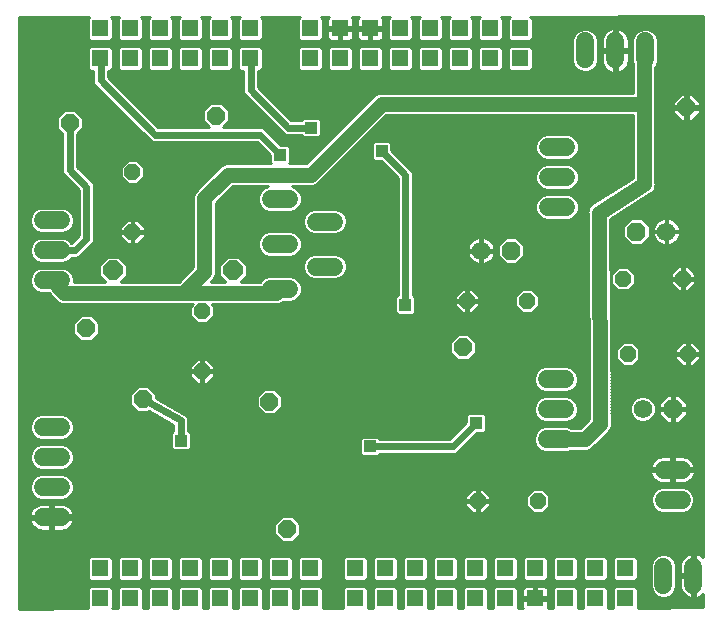
<source format=gbl>
G75*
%MOIN*%
%OFA0B0*%
%FSLAX25Y25*%
%IPPOS*%
%LPD*%
%AMOC8*
5,1,8,0,0,1.08239X$1,22.5*
%
%ADD10C,0.06000*%
%ADD11OC8,0.06496*%
%ADD12C,0.06200*%
%ADD13OC8,0.06200*%
%ADD14R,0.05543X0.05543*%
%ADD15OC8,0.05200*%
%ADD16OC8,0.06000*%
%ADD17R,0.03962X0.03962*%
%ADD18C,0.02400*%
%ADD19C,0.01000*%
%ADD20C,0.05000*%
D10*
X0124044Y0074528D02*
X0130044Y0074528D01*
X0130044Y0084528D02*
X0124044Y0084528D01*
X0124044Y0094528D02*
X0130044Y0094528D01*
X0130044Y0104528D02*
X0124044Y0104528D01*
X0124044Y0153425D02*
X0130044Y0153425D01*
X0130044Y0163425D02*
X0124044Y0163425D01*
X0124044Y0173425D02*
X0130044Y0173425D01*
X0200036Y0180557D02*
X0206036Y0180557D01*
X0215036Y0173057D02*
X0221036Y0173057D01*
X0206036Y0165557D02*
X0200036Y0165557D01*
X0215036Y0158057D02*
X0221036Y0158057D01*
X0206036Y0150557D02*
X0200036Y0150557D01*
X0292501Y0177882D02*
X0298501Y0177882D01*
X0298501Y0187882D02*
X0292501Y0187882D01*
X0292501Y0197882D02*
X0298501Y0197882D01*
X0304839Y0227079D02*
X0304839Y0233079D01*
X0314839Y0233079D02*
X0314839Y0227079D01*
X0324839Y0227079D02*
X0324839Y0233079D01*
X0298003Y0120476D02*
X0292003Y0120476D01*
X0292003Y0110476D02*
X0298003Y0110476D01*
X0298003Y0100476D02*
X0292003Y0100476D01*
X0330973Y0090276D02*
X0336973Y0090276D01*
X0336973Y0080276D02*
X0330973Y0080276D01*
X0330942Y0058000D02*
X0330942Y0052000D01*
X0340942Y0052000D02*
X0340942Y0058000D01*
D11*
X0187426Y0156777D03*
X0147426Y0156777D03*
D12*
X0270131Y0163331D03*
X0331942Y0169709D03*
X0324051Y0110555D03*
D13*
X0334051Y0110555D03*
X0280131Y0163331D03*
X0321942Y0169709D03*
D14*
X0283225Y0227402D03*
X0273225Y0227402D03*
X0273225Y0237402D03*
X0283225Y0237402D03*
X0263225Y0237402D03*
X0253225Y0237402D03*
X0243225Y0237402D03*
X0233225Y0237402D03*
X0223225Y0237402D03*
X0213225Y0237402D03*
X0213225Y0227402D03*
X0223225Y0227402D03*
X0233225Y0227402D03*
X0243225Y0227402D03*
X0253225Y0227402D03*
X0263225Y0227402D03*
X0193225Y0227402D03*
X0193225Y0237402D03*
X0183225Y0237402D03*
X0173225Y0237402D03*
X0163225Y0237402D03*
X0153225Y0237402D03*
X0143225Y0237402D03*
X0143225Y0227402D03*
X0153225Y0227402D03*
X0163225Y0227402D03*
X0173225Y0227402D03*
X0183225Y0227402D03*
X0183225Y0057402D03*
X0173225Y0057402D03*
X0163225Y0057402D03*
X0153225Y0057402D03*
X0143225Y0057402D03*
X0143225Y0047402D03*
X0153225Y0047402D03*
X0163225Y0047402D03*
X0173225Y0047402D03*
X0183225Y0047402D03*
X0193225Y0047402D03*
X0203225Y0047402D03*
X0203225Y0057402D03*
X0193225Y0057402D03*
X0213225Y0057402D03*
X0213225Y0047402D03*
X0228225Y0047402D03*
X0238225Y0047402D03*
X0238225Y0057402D03*
X0228225Y0057402D03*
X0248225Y0057402D03*
X0258225Y0057402D03*
X0268225Y0057402D03*
X0278225Y0057402D03*
X0288225Y0057402D03*
X0298225Y0057402D03*
X0308225Y0057402D03*
X0318225Y0057402D03*
X0318225Y0047402D03*
X0308225Y0047402D03*
X0298225Y0047402D03*
X0288225Y0047402D03*
X0278225Y0047402D03*
X0268225Y0047402D03*
X0258225Y0047402D03*
X0248225Y0047402D03*
D15*
X0269019Y0079925D03*
X0289019Y0079925D03*
X0319019Y0128941D03*
X0339019Y0128941D03*
X0337469Y0153984D03*
X0317469Y0153984D03*
X0285501Y0146504D03*
X0265501Y0146504D03*
X0177162Y0143110D03*
X0177162Y0123110D03*
X0153934Y0169567D03*
X0153934Y0189567D03*
D16*
X0133068Y0205945D03*
X0181886Y0208307D03*
X0138579Y0137441D03*
X0157477Y0113819D03*
X0199603Y0113031D03*
X0205509Y0070512D03*
X0264170Y0131142D03*
X0338579Y0211063D03*
D17*
X0244879Y0145315D03*
X0248816Y0109882D03*
X0235036Y0109882D03*
X0233068Y0098071D03*
X0268501Y0105945D03*
X0176375Y0074449D03*
X0170075Y0100039D03*
X0203146Y0195315D03*
X0213383Y0204370D03*
X0237005Y0196496D03*
D18*
X0244879Y0188622D01*
X0244879Y0145315D01*
X0248816Y0109882D02*
X0235036Y0109882D01*
X0233068Y0098071D02*
X0260627Y0098071D01*
X0268501Y0105945D01*
X0176375Y0074449D02*
X0150745Y0074449D01*
X0127044Y0074528D01*
X0157477Y0113819D02*
X0170075Y0106732D01*
X0170075Y0100039D01*
X0134642Y0163425D02*
X0127044Y0163425D01*
X0134642Y0163425D02*
X0138579Y0167362D01*
X0138579Y0184685D01*
X0133068Y0190197D01*
X0133068Y0205945D01*
X0143304Y0220118D02*
X0161414Y0202008D01*
X0196453Y0202008D01*
X0203146Y0195315D01*
X0205902Y0204370D02*
X0193304Y0216969D01*
X0193304Y0227323D01*
X0193225Y0227402D01*
X0205902Y0204370D02*
X0213383Y0204370D01*
X0143304Y0220118D02*
X0143304Y0227323D01*
X0143225Y0227402D01*
D19*
X0116020Y0241111D02*
X0116020Y0044024D01*
X0139183Y0044062D01*
X0139153Y0044091D01*
X0139153Y0050712D01*
X0139915Y0051473D01*
X0146535Y0051473D01*
X0147297Y0050712D01*
X0147297Y0044091D01*
X0147281Y0044076D01*
X0149166Y0044079D01*
X0149153Y0044091D01*
X0149153Y0050712D01*
X0149915Y0051473D01*
X0156535Y0051473D01*
X0157297Y0050712D01*
X0157297Y0044092D01*
X0159153Y0044095D01*
X0159153Y0050712D01*
X0159915Y0051473D01*
X0166535Y0051473D01*
X0167297Y0050712D01*
X0167297Y0044109D01*
X0169153Y0044112D01*
X0169153Y0050712D01*
X0169915Y0051473D01*
X0176535Y0051473D01*
X0177297Y0050712D01*
X0177297Y0044125D01*
X0179153Y0044128D01*
X0179153Y0050712D01*
X0179915Y0051473D01*
X0186535Y0051473D01*
X0187297Y0050712D01*
X0187297Y0044142D01*
X0189153Y0044145D01*
X0189153Y0050712D01*
X0189915Y0051473D01*
X0196535Y0051473D01*
X0197297Y0050712D01*
X0197297Y0044158D01*
X0199153Y0044161D01*
X0199153Y0050712D01*
X0199915Y0051473D01*
X0206535Y0051473D01*
X0207297Y0050712D01*
X0207297Y0044175D01*
X0209153Y0044178D01*
X0209153Y0050712D01*
X0209915Y0051473D01*
X0216535Y0051473D01*
X0217297Y0050712D01*
X0217297Y0044191D01*
X0224153Y0044203D01*
X0224153Y0050712D01*
X0224915Y0051473D01*
X0231535Y0051473D01*
X0232297Y0050712D01*
X0232297Y0044216D01*
X0234153Y0044219D01*
X0234153Y0050712D01*
X0234915Y0051473D01*
X0241535Y0051473D01*
X0242297Y0050712D01*
X0242297Y0044233D01*
X0244153Y0044236D01*
X0244153Y0050712D01*
X0244915Y0051473D01*
X0251535Y0051473D01*
X0252297Y0050712D01*
X0252297Y0044249D01*
X0254153Y0044252D01*
X0254153Y0050712D01*
X0254915Y0051473D01*
X0261535Y0051473D01*
X0262297Y0050712D01*
X0262297Y0044266D01*
X0264153Y0044269D01*
X0264153Y0050712D01*
X0264915Y0051473D01*
X0271535Y0051473D01*
X0272297Y0050712D01*
X0272297Y0044282D01*
X0274153Y0044285D01*
X0274153Y0050712D01*
X0274915Y0051473D01*
X0281535Y0051473D01*
X0282297Y0050712D01*
X0282297Y0044299D01*
X0283988Y0044302D01*
X0283953Y0044432D01*
X0283953Y0047016D01*
X0287839Y0047016D01*
X0287839Y0047787D01*
X0283953Y0047787D01*
X0283953Y0050371D01*
X0284056Y0050752D01*
X0284253Y0051094D01*
X0284532Y0051374D01*
X0284874Y0051571D01*
X0285256Y0051673D01*
X0287839Y0051673D01*
X0287839Y0047787D01*
X0288611Y0047787D01*
X0292497Y0047787D01*
X0292497Y0050371D01*
X0292394Y0050752D01*
X0292197Y0051094D01*
X0291918Y0051374D01*
X0291576Y0051571D01*
X0291194Y0051673D01*
X0288611Y0051673D01*
X0288611Y0047787D01*
X0288611Y0047016D01*
X0292497Y0047016D01*
X0292497Y0044432D01*
X0292465Y0044316D01*
X0294153Y0044318D01*
X0294153Y0050712D01*
X0294915Y0051473D01*
X0301535Y0051473D01*
X0302297Y0050712D01*
X0302297Y0044332D01*
X0304153Y0044335D01*
X0304153Y0050712D01*
X0304915Y0051473D01*
X0311535Y0051473D01*
X0312297Y0050712D01*
X0312297Y0044348D01*
X0314153Y0044351D01*
X0314153Y0050712D01*
X0314915Y0051473D01*
X0321535Y0051473D01*
X0322297Y0050712D01*
X0322297Y0044365D01*
X0344209Y0044401D01*
X0344209Y0048904D01*
X0343873Y0048568D01*
X0343300Y0048151D01*
X0342669Y0047830D01*
X0341995Y0047611D01*
X0341442Y0047523D01*
X0341442Y0054500D01*
X0340442Y0054500D01*
X0340442Y0047523D01*
X0339888Y0047611D01*
X0339214Y0047830D01*
X0338583Y0048151D01*
X0338010Y0048568D01*
X0337509Y0049068D01*
X0337093Y0049641D01*
X0336771Y0050273D01*
X0336552Y0050946D01*
X0336442Y0051646D01*
X0336442Y0054500D01*
X0340442Y0054500D01*
X0340442Y0055500D01*
X0340442Y0062477D01*
X0339888Y0062389D01*
X0339214Y0062170D01*
X0338583Y0061849D01*
X0338010Y0061432D01*
X0337509Y0060932D01*
X0337093Y0060359D01*
X0336771Y0059727D01*
X0336552Y0059054D01*
X0336442Y0058354D01*
X0336442Y0055500D01*
X0340442Y0055500D01*
X0341442Y0055500D01*
X0341442Y0062477D01*
X0341995Y0062389D01*
X0342669Y0062170D01*
X0343300Y0061849D01*
X0343873Y0061432D01*
X0344209Y0061096D01*
X0344209Y0241488D01*
X0286616Y0241393D01*
X0287297Y0240712D01*
X0287297Y0234091D01*
X0286535Y0233330D01*
X0279915Y0233330D01*
X0279153Y0234091D01*
X0279153Y0240712D01*
X0279823Y0241381D01*
X0276632Y0241376D01*
X0277297Y0240712D01*
X0277297Y0234091D01*
X0276535Y0233330D01*
X0269915Y0233330D01*
X0269153Y0234091D01*
X0269153Y0240712D01*
X0269807Y0241365D01*
X0266649Y0241360D01*
X0267297Y0240712D01*
X0267297Y0234091D01*
X0266535Y0233330D01*
X0259915Y0233330D01*
X0259153Y0234091D01*
X0259153Y0240712D01*
X0259790Y0241348D01*
X0256665Y0241343D01*
X0257297Y0240712D01*
X0257297Y0234091D01*
X0256535Y0233330D01*
X0249915Y0233330D01*
X0249153Y0234091D01*
X0249153Y0240712D01*
X0249773Y0241332D01*
X0246682Y0241327D01*
X0247297Y0240712D01*
X0247297Y0234091D01*
X0246535Y0233330D01*
X0239915Y0233330D01*
X0239153Y0234091D01*
X0239153Y0240712D01*
X0239757Y0241315D01*
X0236981Y0241311D01*
X0237197Y0241094D01*
X0237394Y0240752D01*
X0237497Y0240371D01*
X0237497Y0237787D01*
X0233611Y0237787D01*
X0233611Y0237016D01*
X0237497Y0237016D01*
X0237497Y0234432D01*
X0237394Y0234051D01*
X0237197Y0233709D01*
X0236918Y0233430D01*
X0236576Y0233232D01*
X0236194Y0233130D01*
X0233611Y0233130D01*
X0233611Y0237016D01*
X0232839Y0237016D01*
X0228953Y0237016D01*
X0228953Y0234432D01*
X0229056Y0234051D01*
X0229253Y0233709D01*
X0229532Y0233430D01*
X0229874Y0233232D01*
X0230256Y0233130D01*
X0232839Y0233130D01*
X0232839Y0237016D01*
X0232839Y0237787D01*
X0228953Y0237787D01*
X0228953Y0240371D01*
X0229056Y0240752D01*
X0229253Y0241094D01*
X0229457Y0241298D01*
X0226997Y0241294D01*
X0227197Y0241094D01*
X0227394Y0240752D01*
X0227497Y0240371D01*
X0227497Y0237787D01*
X0223611Y0237787D01*
X0223611Y0237016D01*
X0227497Y0237016D01*
X0227497Y0234432D01*
X0227394Y0234051D01*
X0227197Y0233709D01*
X0226918Y0233430D01*
X0226576Y0233232D01*
X0226194Y0233130D01*
X0223611Y0233130D01*
X0223611Y0237016D01*
X0222839Y0237016D01*
X0218953Y0237016D01*
X0218953Y0234432D01*
X0219056Y0234051D01*
X0219253Y0233709D01*
X0219532Y0233430D01*
X0219874Y0233232D01*
X0220256Y0233130D01*
X0222839Y0233130D01*
X0222839Y0237016D01*
X0222839Y0237787D01*
X0218953Y0237787D01*
X0218953Y0240371D01*
X0219056Y0240752D01*
X0219253Y0241094D01*
X0219440Y0241282D01*
X0216731Y0241277D01*
X0217297Y0240712D01*
X0217297Y0234091D01*
X0216535Y0233330D01*
X0209915Y0233330D01*
X0209153Y0234091D01*
X0209153Y0240712D01*
X0209707Y0241265D01*
X0196764Y0241244D01*
X0197297Y0240712D01*
X0197297Y0234091D01*
X0196535Y0233330D01*
X0189915Y0233330D01*
X0189153Y0234091D01*
X0189153Y0240712D01*
X0189674Y0241232D01*
X0186781Y0241228D01*
X0187297Y0240712D01*
X0187297Y0234091D01*
X0186535Y0233330D01*
X0179915Y0233330D01*
X0179153Y0234091D01*
X0179153Y0240712D01*
X0179658Y0241216D01*
X0176797Y0241211D01*
X0177297Y0240712D01*
X0177297Y0234091D01*
X0176535Y0233330D01*
X0169915Y0233330D01*
X0169153Y0234091D01*
X0169153Y0240712D01*
X0169641Y0241199D01*
X0166814Y0241195D01*
X0167297Y0240712D01*
X0167297Y0234091D01*
X0166535Y0233330D01*
X0159915Y0233330D01*
X0159153Y0234091D01*
X0159153Y0240712D01*
X0159624Y0241183D01*
X0156830Y0241178D01*
X0157297Y0240712D01*
X0157297Y0234091D01*
X0156535Y0233330D01*
X0149915Y0233330D01*
X0149153Y0234091D01*
X0149153Y0240712D01*
X0149608Y0241166D01*
X0146847Y0241162D01*
X0147297Y0240712D01*
X0147297Y0234091D01*
X0146535Y0233330D01*
X0139915Y0233330D01*
X0139153Y0234091D01*
X0139153Y0240712D01*
X0139591Y0241150D01*
X0116020Y0241111D01*
X0116020Y0240971D02*
X0139413Y0240971D01*
X0139153Y0239973D02*
X0116020Y0239973D01*
X0116020Y0238974D02*
X0139153Y0238974D01*
X0139153Y0237976D02*
X0116020Y0237976D01*
X0116020Y0236977D02*
X0139153Y0236977D01*
X0139153Y0235979D02*
X0116020Y0235979D01*
X0116020Y0234980D02*
X0139153Y0234980D01*
X0139263Y0233982D02*
X0116020Y0233982D01*
X0116020Y0232983D02*
X0300539Y0232983D01*
X0300539Y0233934D02*
X0300539Y0226223D01*
X0301194Y0224643D01*
X0302403Y0223433D01*
X0303984Y0222779D01*
X0305695Y0222779D01*
X0307275Y0223433D01*
X0308485Y0224643D01*
X0309139Y0226223D01*
X0309139Y0233934D01*
X0308485Y0235514D01*
X0307275Y0236724D01*
X0305695Y0237379D01*
X0303984Y0237379D01*
X0302403Y0236724D01*
X0301194Y0235514D01*
X0300539Y0233934D01*
X0300559Y0233982D02*
X0287187Y0233982D01*
X0287297Y0234980D02*
X0300973Y0234980D01*
X0301658Y0235979D02*
X0287297Y0235979D01*
X0287297Y0236977D02*
X0303015Y0236977D01*
X0306664Y0236977D02*
X0312579Y0236977D01*
X0312481Y0236927D02*
X0311908Y0236511D01*
X0311407Y0236010D01*
X0310990Y0235437D01*
X0310669Y0234806D01*
X0310450Y0234132D01*
X0310339Y0233433D01*
X0310339Y0230579D01*
X0314339Y0230579D01*
X0314339Y0237556D01*
X0313785Y0237468D01*
X0313112Y0237249D01*
X0312481Y0236927D01*
X0311384Y0235979D02*
X0308020Y0235979D01*
X0308706Y0234980D02*
X0310758Y0234980D01*
X0310426Y0233982D02*
X0309119Y0233982D01*
X0309139Y0232983D02*
X0310339Y0232983D01*
X0310339Y0231985D02*
X0309139Y0231985D01*
X0309139Y0230986D02*
X0310339Y0230986D01*
X0310339Y0229579D02*
X0310339Y0226725D01*
X0310450Y0226025D01*
X0310669Y0225351D01*
X0310990Y0224720D01*
X0311407Y0224147D01*
X0311908Y0223646D01*
X0312481Y0223230D01*
X0313112Y0222908D01*
X0313785Y0222690D01*
X0314339Y0222602D01*
X0314339Y0229579D01*
X0310339Y0229579D01*
X0310339Y0228989D02*
X0309139Y0228989D01*
X0309139Y0227991D02*
X0310339Y0227991D01*
X0310339Y0226992D02*
X0309139Y0226992D01*
X0309044Y0225994D02*
X0310460Y0225994D01*
X0310850Y0224995D02*
X0308630Y0224995D01*
X0307838Y0223997D02*
X0311557Y0223997D01*
X0312936Y0222998D02*
X0306224Y0222998D01*
X0303454Y0222998D02*
X0195804Y0222998D01*
X0195804Y0223330D02*
X0196535Y0223330D01*
X0197297Y0224091D01*
X0197297Y0230712D01*
X0196535Y0231473D01*
X0189915Y0231473D01*
X0189153Y0230712D01*
X0189153Y0224091D01*
X0189915Y0223330D01*
X0190804Y0223330D01*
X0190804Y0216471D01*
X0191184Y0215552D01*
X0191888Y0214849D01*
X0204486Y0202251D01*
X0205405Y0201870D01*
X0210101Y0201870D01*
X0210101Y0201850D01*
X0210863Y0201089D01*
X0215902Y0201089D01*
X0216664Y0201850D01*
X0216664Y0206890D01*
X0215902Y0207651D01*
X0210863Y0207651D01*
X0210101Y0206890D01*
X0210101Y0206870D01*
X0206938Y0206870D01*
X0195804Y0218004D01*
X0195804Y0223330D01*
X0195804Y0222000D02*
X0320646Y0222000D01*
X0320646Y0222998D02*
X0316743Y0222998D01*
X0316567Y0222908D02*
X0317198Y0223230D01*
X0317771Y0223646D01*
X0318272Y0224147D01*
X0318688Y0224720D01*
X0319010Y0225351D01*
X0319228Y0226025D01*
X0319339Y0226725D01*
X0319339Y0229579D01*
X0315339Y0229579D01*
X0315339Y0230579D01*
X0314339Y0230579D01*
X0314339Y0229579D01*
X0315339Y0229579D01*
X0315339Y0222602D01*
X0315893Y0222690D01*
X0316567Y0222908D01*
X0315339Y0222998D02*
X0314339Y0222998D01*
X0314339Y0223997D02*
X0315339Y0223997D01*
X0315339Y0224995D02*
X0314339Y0224995D01*
X0314339Y0225994D02*
X0315339Y0225994D01*
X0315339Y0226992D02*
X0314339Y0226992D01*
X0314339Y0227991D02*
X0315339Y0227991D01*
X0315339Y0228989D02*
X0314339Y0228989D01*
X0314339Y0229988D02*
X0309139Y0229988D01*
X0314339Y0230986D02*
X0315339Y0230986D01*
X0315339Y0230579D02*
X0315339Y0237556D01*
X0315893Y0237468D01*
X0316567Y0237249D01*
X0317198Y0236927D01*
X0317771Y0236511D01*
X0318272Y0236010D01*
X0318688Y0235437D01*
X0319010Y0234806D01*
X0319228Y0234132D01*
X0319339Y0233433D01*
X0319339Y0230579D01*
X0315339Y0230579D01*
X0315339Y0229988D02*
X0320539Y0229988D01*
X0320539Y0230986D02*
X0319339Y0230986D01*
X0319339Y0231985D02*
X0320539Y0231985D01*
X0320539Y0232983D02*
X0319339Y0232983D01*
X0319252Y0233982D02*
X0320559Y0233982D01*
X0320539Y0233934D02*
X0320539Y0226223D01*
X0320746Y0225723D01*
X0320695Y0224929D01*
X0320646Y0224811D01*
X0320646Y0224179D01*
X0320604Y0223549D01*
X0320646Y0223427D01*
X0320646Y0216044D01*
X0236249Y0216044D01*
X0234852Y0215466D01*
X0233783Y0214397D01*
X0211809Y0192422D01*
X0206054Y0192422D01*
X0206427Y0192795D01*
X0206427Y0197835D01*
X0205666Y0198596D01*
X0203401Y0198596D01*
X0197870Y0204127D01*
X0196951Y0204508D01*
X0184168Y0204508D01*
X0186186Y0206526D01*
X0186186Y0210088D01*
X0183668Y0212607D01*
X0180105Y0212607D01*
X0177586Y0210088D01*
X0177586Y0206526D01*
X0179605Y0204508D01*
X0162450Y0204508D01*
X0145804Y0221154D01*
X0145804Y0223330D01*
X0146535Y0223330D01*
X0147297Y0224091D01*
X0147297Y0230712D01*
X0146535Y0231473D01*
X0139915Y0231473D01*
X0139153Y0230712D01*
X0139153Y0224091D01*
X0139915Y0223330D01*
X0140804Y0223330D01*
X0140804Y0219621D01*
X0141184Y0218702D01*
X0159295Y0200592D01*
X0159998Y0199888D01*
X0160917Y0199508D01*
X0195418Y0199508D01*
X0199865Y0195061D01*
X0199865Y0192795D01*
X0200239Y0192422D01*
X0185068Y0192422D01*
X0183671Y0191844D01*
X0182602Y0190775D01*
X0174728Y0182901D01*
X0174149Y0181504D01*
X0174149Y0157913D01*
X0169289Y0153052D01*
X0150133Y0153052D01*
X0151974Y0154893D01*
X0151974Y0158661D01*
X0149310Y0161325D01*
X0145542Y0161325D01*
X0142878Y0158661D01*
X0142878Y0154893D01*
X0144720Y0153052D01*
X0134344Y0153052D01*
X0134344Y0154281D01*
X0133689Y0155861D01*
X0132480Y0157071D01*
X0130899Y0157725D01*
X0123189Y0157725D01*
X0121608Y0157071D01*
X0120399Y0155861D01*
X0119744Y0154281D01*
X0119744Y0152570D01*
X0120399Y0150989D01*
X0121608Y0149780D01*
X0123189Y0149125D01*
X0125970Y0149125D01*
X0129065Y0146030D01*
X0130461Y0145452D01*
X0173988Y0145452D01*
X0173262Y0144726D01*
X0173262Y0141495D01*
X0175547Y0139210D01*
X0178777Y0139210D01*
X0181062Y0141495D01*
X0181062Y0144726D01*
X0180336Y0145452D01*
X0202488Y0145452D01*
X0203884Y0146030D01*
X0204110Y0146257D01*
X0206892Y0146257D01*
X0208472Y0146911D01*
X0209682Y0148121D01*
X0210336Y0149701D01*
X0210336Y0151412D01*
X0209682Y0152992D01*
X0208472Y0154202D01*
X0206892Y0154857D01*
X0199181Y0154857D01*
X0197601Y0154202D01*
X0196451Y0153052D01*
X0190133Y0153052D01*
X0191974Y0154893D01*
X0191974Y0158661D01*
X0189310Y0161325D01*
X0185542Y0161325D01*
X0182878Y0158661D01*
X0182878Y0154893D01*
X0184720Y0153052D01*
X0180037Y0153052D01*
X0181171Y0154186D01*
X0181749Y0155583D01*
X0181749Y0179174D01*
X0187397Y0184822D01*
X0199098Y0184822D01*
X0197601Y0184202D01*
X0196391Y0182992D01*
X0195736Y0181412D01*
X0195736Y0179701D01*
X0196391Y0178121D01*
X0197601Y0176911D01*
X0199181Y0176257D01*
X0206892Y0176257D01*
X0208472Y0176911D01*
X0209682Y0178121D01*
X0210336Y0179701D01*
X0210336Y0181412D01*
X0209682Y0182992D01*
X0208472Y0184202D01*
X0206975Y0184822D01*
X0214138Y0184822D01*
X0215535Y0185401D01*
X0238579Y0208444D01*
X0320646Y0208444D01*
X0320646Y0187605D01*
X0307681Y0179404D01*
X0307275Y0179233D01*
X0307048Y0179004D01*
X0306775Y0178831D01*
X0306522Y0178471D01*
X0306212Y0178158D01*
X0306090Y0177859D01*
X0305904Y0177595D01*
X0305808Y0177166D01*
X0305641Y0176758D01*
X0305643Y0176436D01*
X0305572Y0176121D01*
X0305647Y0175687D01*
X0306030Y0107116D01*
X0303147Y0104233D01*
X0300169Y0104233D01*
X0298859Y0104776D01*
X0291148Y0104776D01*
X0289568Y0104121D01*
X0288358Y0102912D01*
X0287703Y0101331D01*
X0287703Y0099621D01*
X0288358Y0098040D01*
X0289568Y0096831D01*
X0291148Y0096176D01*
X0298859Y0096176D01*
X0299962Y0096633D01*
X0305477Y0096633D01*
X0306874Y0097212D01*
X0307943Y0098281D01*
X0312000Y0102337D01*
X0312010Y0102342D01*
X0312534Y0102872D01*
X0313061Y0103399D01*
X0313065Y0103409D01*
X0313073Y0103417D01*
X0313354Y0104107D01*
X0313639Y0104795D01*
X0313639Y0104806D01*
X0313643Y0104817D01*
X0313639Y0105561D01*
X0313639Y0106307D01*
X0313635Y0106317D01*
X0313257Y0173938D01*
X0326201Y0182126D01*
X0326598Y0182290D01*
X0326834Y0182526D01*
X0327116Y0182704D01*
X0327363Y0183056D01*
X0327667Y0183359D01*
X0327795Y0183667D01*
X0327987Y0183940D01*
X0328081Y0184359D01*
X0328246Y0184756D01*
X0328246Y0185089D01*
X0328319Y0185415D01*
X0328246Y0185838D01*
X0328246Y0223931D01*
X0328279Y0224437D01*
X0328485Y0224643D01*
X0329139Y0226223D01*
X0329139Y0233934D01*
X0328485Y0235514D01*
X0327275Y0236724D01*
X0325695Y0237379D01*
X0323984Y0237379D01*
X0322403Y0236724D01*
X0321194Y0235514D01*
X0320539Y0233934D01*
X0320973Y0234980D02*
X0318921Y0234980D01*
X0318295Y0235979D02*
X0321658Y0235979D01*
X0323015Y0236977D02*
X0317100Y0236977D01*
X0315339Y0236977D02*
X0314339Y0236977D01*
X0314339Y0235979D02*
X0315339Y0235979D01*
X0315339Y0234980D02*
X0314339Y0234980D01*
X0314339Y0233982D02*
X0315339Y0233982D01*
X0315339Y0232983D02*
X0314339Y0232983D01*
X0314339Y0231985D02*
X0315339Y0231985D01*
X0319339Y0228989D02*
X0320539Y0228989D01*
X0320539Y0227991D02*
X0319339Y0227991D01*
X0319339Y0226992D02*
X0320539Y0226992D01*
X0320634Y0225994D02*
X0319218Y0225994D01*
X0318828Y0224995D02*
X0320699Y0224995D01*
X0320634Y0223997D02*
X0318121Y0223997D01*
X0320646Y0221001D02*
X0195804Y0221001D01*
X0195804Y0220003D02*
X0320646Y0220003D01*
X0320646Y0219004D02*
X0195804Y0219004D01*
X0195804Y0218006D02*
X0320646Y0218006D01*
X0320646Y0217007D02*
X0196801Y0217007D01*
X0197799Y0216009D02*
X0236163Y0216009D01*
X0234397Y0215010D02*
X0198798Y0215010D01*
X0199796Y0214012D02*
X0233398Y0214012D01*
X0232400Y0213013D02*
X0200795Y0213013D01*
X0201793Y0212015D02*
X0231401Y0212015D01*
X0230402Y0211016D02*
X0202792Y0211016D01*
X0203790Y0210017D02*
X0229404Y0210017D01*
X0228405Y0209019D02*
X0204789Y0209019D01*
X0205787Y0208020D02*
X0227407Y0208020D01*
X0226408Y0207022D02*
X0216531Y0207022D01*
X0216664Y0206023D02*
X0225410Y0206023D01*
X0224411Y0205025D02*
X0216664Y0205025D01*
X0216664Y0204026D02*
X0223413Y0204026D01*
X0222414Y0203028D02*
X0216664Y0203028D01*
X0216664Y0202029D02*
X0221416Y0202029D01*
X0220417Y0201031D02*
X0200966Y0201031D01*
X0199967Y0202029D02*
X0205020Y0202029D01*
X0203709Y0203028D02*
X0198969Y0203028D01*
X0197970Y0204026D02*
X0202710Y0204026D01*
X0201712Y0205025D02*
X0184685Y0205025D01*
X0185684Y0206023D02*
X0200713Y0206023D01*
X0199715Y0207022D02*
X0186186Y0207022D01*
X0186186Y0208020D02*
X0198716Y0208020D01*
X0197718Y0209019D02*
X0186186Y0209019D01*
X0186186Y0210017D02*
X0196719Y0210017D01*
X0195721Y0211016D02*
X0185259Y0211016D01*
X0184260Y0212015D02*
X0194722Y0212015D01*
X0193724Y0213013D02*
X0153944Y0213013D01*
X0152946Y0214012D02*
X0192725Y0214012D01*
X0191727Y0215010D02*
X0151947Y0215010D01*
X0150949Y0216009D02*
X0190995Y0216009D01*
X0190804Y0217007D02*
X0149950Y0217007D01*
X0148952Y0218006D02*
X0190804Y0218006D01*
X0190804Y0219004D02*
X0147953Y0219004D01*
X0146955Y0220003D02*
X0190804Y0220003D01*
X0190804Y0221001D02*
X0145956Y0221001D01*
X0145804Y0222000D02*
X0190804Y0222000D01*
X0190804Y0222998D02*
X0145804Y0222998D01*
X0147202Y0223997D02*
X0149248Y0223997D01*
X0149153Y0224091D02*
X0149915Y0223330D01*
X0156535Y0223330D01*
X0157297Y0224091D01*
X0157297Y0230712D01*
X0156535Y0231473D01*
X0149915Y0231473D01*
X0149153Y0230712D01*
X0149153Y0224091D01*
X0149153Y0224995D02*
X0147297Y0224995D01*
X0147297Y0225994D02*
X0149153Y0225994D01*
X0149153Y0226992D02*
X0147297Y0226992D01*
X0147297Y0227991D02*
X0149153Y0227991D01*
X0149153Y0228989D02*
X0147297Y0228989D01*
X0147297Y0229988D02*
X0149153Y0229988D01*
X0149428Y0230986D02*
X0147022Y0230986D01*
X0147187Y0233982D02*
X0149263Y0233982D01*
X0149153Y0234980D02*
X0147297Y0234980D01*
X0147297Y0235979D02*
X0149153Y0235979D01*
X0149153Y0236977D02*
X0147297Y0236977D01*
X0147297Y0237976D02*
X0149153Y0237976D01*
X0149153Y0238974D02*
X0147297Y0238974D01*
X0147297Y0239973D02*
X0149153Y0239973D01*
X0149413Y0240971D02*
X0147037Y0240971D01*
X0157037Y0240971D02*
X0159413Y0240971D01*
X0159153Y0239973D02*
X0157297Y0239973D01*
X0157297Y0238974D02*
X0159153Y0238974D01*
X0159153Y0237976D02*
X0157297Y0237976D01*
X0157297Y0236977D02*
X0159153Y0236977D01*
X0159153Y0235979D02*
X0157297Y0235979D01*
X0157297Y0234980D02*
X0159153Y0234980D01*
X0159263Y0233982D02*
X0157187Y0233982D01*
X0157022Y0230986D02*
X0159428Y0230986D01*
X0159153Y0230712D02*
X0159153Y0224091D01*
X0159915Y0223330D01*
X0166535Y0223330D01*
X0167297Y0224091D01*
X0167297Y0230712D01*
X0166535Y0231473D01*
X0159915Y0231473D01*
X0159153Y0230712D01*
X0159153Y0229988D02*
X0157297Y0229988D01*
X0157297Y0228989D02*
X0159153Y0228989D01*
X0159153Y0227991D02*
X0157297Y0227991D01*
X0157297Y0226992D02*
X0159153Y0226992D01*
X0159153Y0225994D02*
X0157297Y0225994D01*
X0157297Y0224995D02*
X0159153Y0224995D01*
X0159248Y0223997D02*
X0157202Y0223997D01*
X0167202Y0223997D02*
X0169248Y0223997D01*
X0169153Y0224091D02*
X0169915Y0223330D01*
X0176535Y0223330D01*
X0177297Y0224091D01*
X0177297Y0230712D01*
X0176535Y0231473D01*
X0169915Y0231473D01*
X0169153Y0230712D01*
X0169153Y0224091D01*
X0169153Y0224995D02*
X0167297Y0224995D01*
X0167297Y0225994D02*
X0169153Y0225994D01*
X0169153Y0226992D02*
X0167297Y0226992D01*
X0167297Y0227991D02*
X0169153Y0227991D01*
X0169153Y0228989D02*
X0167297Y0228989D01*
X0167297Y0229988D02*
X0169153Y0229988D01*
X0169428Y0230986D02*
X0167022Y0230986D01*
X0167187Y0233982D02*
X0169263Y0233982D01*
X0169153Y0234980D02*
X0167297Y0234980D01*
X0167297Y0235979D02*
X0169153Y0235979D01*
X0169153Y0236977D02*
X0167297Y0236977D01*
X0167297Y0237976D02*
X0169153Y0237976D01*
X0169153Y0238974D02*
X0167297Y0238974D01*
X0167297Y0239973D02*
X0169153Y0239973D01*
X0169413Y0240971D02*
X0167037Y0240971D01*
X0177037Y0240971D02*
X0179413Y0240971D01*
X0179153Y0239973D02*
X0177297Y0239973D01*
X0177297Y0238974D02*
X0179153Y0238974D01*
X0179153Y0237976D02*
X0177297Y0237976D01*
X0177297Y0236977D02*
X0179153Y0236977D01*
X0179153Y0235979D02*
X0177297Y0235979D01*
X0177297Y0234980D02*
X0179153Y0234980D01*
X0179263Y0233982D02*
X0177187Y0233982D01*
X0177022Y0230986D02*
X0179428Y0230986D01*
X0179153Y0230712D02*
X0179153Y0224091D01*
X0179915Y0223330D01*
X0186535Y0223330D01*
X0187297Y0224091D01*
X0187297Y0230712D01*
X0186535Y0231473D01*
X0179915Y0231473D01*
X0179153Y0230712D01*
X0179153Y0229988D02*
X0177297Y0229988D01*
X0177297Y0228989D02*
X0179153Y0228989D01*
X0179153Y0227991D02*
X0177297Y0227991D01*
X0177297Y0226992D02*
X0179153Y0226992D01*
X0179153Y0225994D02*
X0177297Y0225994D01*
X0177297Y0224995D02*
X0179153Y0224995D01*
X0179248Y0223997D02*
X0177202Y0223997D01*
X0187202Y0223997D02*
X0189248Y0223997D01*
X0189153Y0224995D02*
X0187297Y0224995D01*
X0187297Y0225994D02*
X0189153Y0225994D01*
X0189153Y0226992D02*
X0187297Y0226992D01*
X0187297Y0227991D02*
X0189153Y0227991D01*
X0189153Y0228989D02*
X0187297Y0228989D01*
X0187297Y0229988D02*
X0189153Y0229988D01*
X0189428Y0230986D02*
X0187022Y0230986D01*
X0187187Y0233982D02*
X0189263Y0233982D01*
X0189153Y0234980D02*
X0187297Y0234980D01*
X0187297Y0235979D02*
X0189153Y0235979D01*
X0189153Y0236977D02*
X0187297Y0236977D01*
X0187297Y0237976D02*
X0189153Y0237976D01*
X0189153Y0238974D02*
X0187297Y0238974D01*
X0187297Y0239973D02*
X0189153Y0239973D01*
X0189413Y0240971D02*
X0187037Y0240971D01*
X0197037Y0240971D02*
X0209413Y0240971D01*
X0209153Y0239973D02*
X0197297Y0239973D01*
X0197297Y0238974D02*
X0209153Y0238974D01*
X0209153Y0237976D02*
X0197297Y0237976D01*
X0197297Y0236977D02*
X0209153Y0236977D01*
X0209153Y0235979D02*
X0197297Y0235979D01*
X0197297Y0234980D02*
X0209153Y0234980D01*
X0209263Y0233982D02*
X0197187Y0233982D01*
X0197022Y0230986D02*
X0209428Y0230986D01*
X0209153Y0230712D02*
X0209153Y0224091D01*
X0209915Y0223330D01*
X0216535Y0223330D01*
X0217297Y0224091D01*
X0217297Y0230712D01*
X0216535Y0231473D01*
X0209915Y0231473D01*
X0209153Y0230712D01*
X0209153Y0229988D02*
X0197297Y0229988D01*
X0197297Y0228989D02*
X0209153Y0228989D01*
X0209153Y0227991D02*
X0197297Y0227991D01*
X0197297Y0226992D02*
X0209153Y0226992D01*
X0209153Y0225994D02*
X0197297Y0225994D01*
X0197297Y0224995D02*
X0209153Y0224995D01*
X0209248Y0223997D02*
X0197202Y0223997D01*
X0206786Y0207022D02*
X0210234Y0207022D01*
X0201964Y0200032D02*
X0219419Y0200032D01*
X0218420Y0199034D02*
X0202963Y0199034D01*
X0206227Y0198035D02*
X0217422Y0198035D01*
X0216423Y0197037D02*
X0206427Y0197037D01*
X0206427Y0196038D02*
X0215425Y0196038D01*
X0214426Y0195040D02*
X0206427Y0195040D01*
X0206427Y0194041D02*
X0213428Y0194041D01*
X0212429Y0193043D02*
X0206427Y0193043D01*
X0199865Y0193043D02*
X0155973Y0193043D01*
X0155549Y0193467D02*
X0157834Y0191182D01*
X0157834Y0187952D01*
X0155549Y0185667D01*
X0152318Y0185667D01*
X0150034Y0187952D01*
X0150034Y0191182D01*
X0152318Y0193467D01*
X0155549Y0193467D01*
X0156972Y0192044D02*
X0184156Y0192044D01*
X0182873Y0191046D02*
X0157834Y0191046D01*
X0157834Y0190047D02*
X0181875Y0190047D01*
X0180876Y0189049D02*
X0157834Y0189049D01*
X0157834Y0188050D02*
X0179878Y0188050D01*
X0178879Y0187052D02*
X0156934Y0187052D01*
X0155935Y0186053D02*
X0177881Y0186053D01*
X0176882Y0185055D02*
X0141079Y0185055D01*
X0141079Y0185182D02*
X0140699Y0186101D01*
X0139996Y0186804D01*
X0135568Y0191232D01*
X0135568Y0202364D01*
X0137368Y0204164D01*
X0137368Y0207726D01*
X0134849Y0210245D01*
X0131286Y0210245D01*
X0128768Y0207726D01*
X0128768Y0204164D01*
X0130568Y0202364D01*
X0130568Y0189700D01*
X0130948Y0188781D01*
X0136079Y0183649D01*
X0136079Y0168398D01*
X0133616Y0165934D01*
X0132480Y0167071D01*
X0130899Y0167725D01*
X0123189Y0167725D01*
X0121608Y0167071D01*
X0120399Y0165861D01*
X0119744Y0164281D01*
X0119744Y0162570D01*
X0120399Y0160989D01*
X0121608Y0159780D01*
X0123189Y0159125D01*
X0130899Y0159125D01*
X0132480Y0159780D01*
X0133625Y0160925D01*
X0135140Y0160925D01*
X0136059Y0161306D01*
X0136762Y0162009D01*
X0139996Y0165243D01*
X0140699Y0165946D01*
X0141079Y0166865D01*
X0141079Y0185182D01*
X0140719Y0186053D02*
X0151932Y0186053D01*
X0150933Y0187052D02*
X0139748Y0187052D01*
X0138750Y0188050D02*
X0150034Y0188050D01*
X0150034Y0189049D02*
X0137751Y0189049D01*
X0136753Y0190047D02*
X0150034Y0190047D01*
X0150034Y0191046D02*
X0135754Y0191046D01*
X0135568Y0192044D02*
X0150896Y0192044D01*
X0151894Y0193043D02*
X0135568Y0193043D01*
X0135568Y0194041D02*
X0199865Y0194041D01*
X0199865Y0195040D02*
X0135568Y0195040D01*
X0135568Y0196038D02*
X0198887Y0196038D01*
X0197889Y0197037D02*
X0135568Y0197037D01*
X0135568Y0198035D02*
X0196890Y0198035D01*
X0195892Y0199034D02*
X0135568Y0199034D01*
X0135568Y0200032D02*
X0159854Y0200032D01*
X0158855Y0201031D02*
X0135568Y0201031D01*
X0135568Y0202029D02*
X0157857Y0202029D01*
X0156858Y0203028D02*
X0136232Y0203028D01*
X0137230Y0204026D02*
X0155860Y0204026D01*
X0154861Y0205025D02*
X0137368Y0205025D01*
X0137368Y0206023D02*
X0153863Y0206023D01*
X0152864Y0207022D02*
X0137368Y0207022D01*
X0137073Y0208020D02*
X0151866Y0208020D01*
X0150867Y0209019D02*
X0136075Y0209019D01*
X0135076Y0210017D02*
X0149869Y0210017D01*
X0148870Y0211016D02*
X0116020Y0211016D01*
X0116020Y0210017D02*
X0131059Y0210017D01*
X0130061Y0209019D02*
X0116020Y0209019D01*
X0116020Y0208020D02*
X0129062Y0208020D01*
X0128768Y0207022D02*
X0116020Y0207022D01*
X0116020Y0206023D02*
X0128768Y0206023D01*
X0128768Y0205025D02*
X0116020Y0205025D01*
X0116020Y0204026D02*
X0128905Y0204026D01*
X0129903Y0203028D02*
X0116020Y0203028D01*
X0116020Y0202029D02*
X0130568Y0202029D01*
X0130568Y0201031D02*
X0116020Y0201031D01*
X0116020Y0200032D02*
X0130568Y0200032D01*
X0130568Y0199034D02*
X0116020Y0199034D01*
X0116020Y0198035D02*
X0130568Y0198035D01*
X0130568Y0197037D02*
X0116020Y0197037D01*
X0116020Y0196038D02*
X0130568Y0196038D01*
X0130568Y0195040D02*
X0116020Y0195040D01*
X0116020Y0194041D02*
X0130568Y0194041D01*
X0130568Y0193043D02*
X0116020Y0193043D01*
X0116020Y0192044D02*
X0130568Y0192044D01*
X0130568Y0191046D02*
X0116020Y0191046D01*
X0116020Y0190047D02*
X0130568Y0190047D01*
X0130837Y0189049D02*
X0116020Y0189049D01*
X0116020Y0188050D02*
X0131679Y0188050D01*
X0132677Y0187052D02*
X0116020Y0187052D01*
X0116020Y0186053D02*
X0133676Y0186053D01*
X0134674Y0185055D02*
X0116020Y0185055D01*
X0116020Y0184056D02*
X0135673Y0184056D01*
X0136079Y0183058D02*
X0116020Y0183058D01*
X0116020Y0182059D02*
X0136079Y0182059D01*
X0136079Y0181061D02*
X0116020Y0181061D01*
X0116020Y0180062D02*
X0136079Y0180062D01*
X0136079Y0179064D02*
X0116020Y0179064D01*
X0116020Y0178065D02*
X0136079Y0178065D01*
X0136079Y0177067D02*
X0132484Y0177067D01*
X0132480Y0177071D02*
X0130899Y0177725D01*
X0123189Y0177725D01*
X0121608Y0177071D01*
X0120399Y0175861D01*
X0119744Y0174281D01*
X0119744Y0172570D01*
X0120399Y0170989D01*
X0121608Y0169780D01*
X0123189Y0169125D01*
X0130899Y0169125D01*
X0132480Y0169780D01*
X0133689Y0170989D01*
X0134344Y0172570D01*
X0134344Y0174281D01*
X0133689Y0175861D01*
X0132480Y0177071D01*
X0133482Y0176068D02*
X0136079Y0176068D01*
X0136079Y0175070D02*
X0134017Y0175070D01*
X0134344Y0174071D02*
X0136079Y0174071D01*
X0136079Y0173073D02*
X0134344Y0173073D01*
X0134139Y0172074D02*
X0136079Y0172074D01*
X0136079Y0171076D02*
X0133725Y0171076D01*
X0132777Y0170077D02*
X0136079Y0170077D01*
X0136079Y0169079D02*
X0116020Y0169079D01*
X0116020Y0170077D02*
X0121311Y0170077D01*
X0120363Y0171076D02*
X0116020Y0171076D01*
X0116020Y0172074D02*
X0119949Y0172074D01*
X0119744Y0173073D02*
X0116020Y0173073D01*
X0116020Y0174071D02*
X0119744Y0174071D01*
X0120071Y0175070D02*
X0116020Y0175070D01*
X0116020Y0176068D02*
X0120606Y0176068D01*
X0121604Y0177067D02*
X0116020Y0177067D01*
X0116020Y0168080D02*
X0135762Y0168080D01*
X0134763Y0167082D02*
X0132453Y0167082D01*
X0133467Y0166083D02*
X0133765Y0166083D01*
X0136842Y0162089D02*
X0174149Y0162089D01*
X0174149Y0163087D02*
X0137840Y0163087D01*
X0138839Y0164086D02*
X0174149Y0164086D01*
X0174149Y0165084D02*
X0139837Y0165084D01*
X0139996Y0165243D02*
X0139996Y0165243D01*
X0140755Y0166083D02*
X0151619Y0166083D01*
X0152235Y0165467D02*
X0149834Y0167869D01*
X0149834Y0169267D01*
X0153634Y0169267D01*
X0154234Y0169267D01*
X0154234Y0169867D01*
X0158034Y0169867D01*
X0158034Y0171265D01*
X0155632Y0173667D01*
X0154234Y0173667D01*
X0154234Y0169867D01*
X0153634Y0169867D01*
X0153634Y0173667D01*
X0152235Y0173667D01*
X0149834Y0171265D01*
X0149834Y0169867D01*
X0153634Y0169867D01*
X0153634Y0169267D01*
X0153634Y0165467D01*
X0152235Y0165467D01*
X0153634Y0166083D02*
X0154234Y0166083D01*
X0154234Y0165467D02*
X0155632Y0165467D01*
X0158034Y0167869D01*
X0158034Y0169267D01*
X0154234Y0169267D01*
X0154234Y0165467D01*
X0154234Y0167082D02*
X0153634Y0167082D01*
X0153634Y0168080D02*
X0154234Y0168080D01*
X0154234Y0169079D02*
X0153634Y0169079D01*
X0153634Y0170077D02*
X0154234Y0170077D01*
X0154234Y0171076D02*
X0153634Y0171076D01*
X0153634Y0172074D02*
X0154234Y0172074D01*
X0154234Y0173073D02*
X0153634Y0173073D01*
X0151641Y0173073D02*
X0141079Y0173073D01*
X0141079Y0174071D02*
X0174149Y0174071D01*
X0174149Y0173073D02*
X0156226Y0173073D01*
X0157225Y0172074D02*
X0174149Y0172074D01*
X0174149Y0171076D02*
X0158034Y0171076D01*
X0158034Y0170077D02*
X0174149Y0170077D01*
X0174149Y0169079D02*
X0158034Y0169079D01*
X0158034Y0168080D02*
X0174149Y0168080D01*
X0174149Y0167082D02*
X0157247Y0167082D01*
X0156248Y0166083D02*
X0174149Y0166083D01*
X0174149Y0161090D02*
X0149545Y0161090D01*
X0150543Y0160092D02*
X0174149Y0160092D01*
X0174149Y0159093D02*
X0151542Y0159093D01*
X0151974Y0158095D02*
X0174149Y0158095D01*
X0173333Y0157096D02*
X0151974Y0157096D01*
X0151974Y0156098D02*
X0172335Y0156098D01*
X0171336Y0155099D02*
X0151974Y0155099D01*
X0151182Y0154101D02*
X0170338Y0154101D01*
X0169339Y0153102D02*
X0150183Y0153102D01*
X0144669Y0153102D02*
X0134344Y0153102D01*
X0134344Y0154101D02*
X0143671Y0154101D01*
X0142878Y0155099D02*
X0134005Y0155099D01*
X0133452Y0156098D02*
X0142878Y0156098D01*
X0142878Y0157096D02*
X0132417Y0157096D01*
X0132792Y0160092D02*
X0144309Y0160092D01*
X0143311Y0159093D02*
X0116020Y0159093D01*
X0116020Y0158095D02*
X0142878Y0158095D01*
X0145308Y0161090D02*
X0135539Y0161090D01*
X0136762Y0162009D02*
X0136762Y0162009D01*
X0141079Y0167082D02*
X0150621Y0167082D01*
X0149834Y0168080D02*
X0141079Y0168080D01*
X0141079Y0169079D02*
X0149834Y0169079D01*
X0149834Y0170077D02*
X0141079Y0170077D01*
X0141079Y0171076D02*
X0149834Y0171076D01*
X0150643Y0172074D02*
X0141079Y0172074D01*
X0141079Y0175070D02*
X0174149Y0175070D01*
X0174149Y0176068D02*
X0141079Y0176068D01*
X0141079Y0177067D02*
X0174149Y0177067D01*
X0174149Y0178065D02*
X0141079Y0178065D01*
X0141079Y0179064D02*
X0174149Y0179064D01*
X0174149Y0180062D02*
X0141079Y0180062D01*
X0141079Y0181061D02*
X0174149Y0181061D01*
X0174379Y0182059D02*
X0141079Y0182059D01*
X0141079Y0183058D02*
X0174885Y0183058D01*
X0175884Y0184056D02*
X0141079Y0184056D01*
X0121635Y0167082D02*
X0116020Y0167082D01*
X0116020Y0166083D02*
X0120621Y0166083D01*
X0120077Y0165084D02*
X0116020Y0165084D01*
X0116020Y0164086D02*
X0119744Y0164086D01*
X0119744Y0163087D02*
X0116020Y0163087D01*
X0116020Y0162089D02*
X0119943Y0162089D01*
X0120357Y0161090D02*
X0116020Y0161090D01*
X0116020Y0160092D02*
X0121296Y0160092D01*
X0121671Y0157096D02*
X0116020Y0157096D01*
X0116020Y0156098D02*
X0120636Y0156098D01*
X0120083Y0155099D02*
X0116020Y0155099D01*
X0116020Y0154101D02*
X0119744Y0154101D01*
X0119744Y0153102D02*
X0116020Y0153102D01*
X0116020Y0152104D02*
X0119937Y0152104D01*
X0120351Y0151105D02*
X0116020Y0151105D01*
X0116020Y0150107D02*
X0121281Y0150107D01*
X0125987Y0149108D02*
X0116020Y0149108D01*
X0116020Y0148110D02*
X0126985Y0148110D01*
X0127984Y0147111D02*
X0116020Y0147111D01*
X0116020Y0146113D02*
X0128982Y0146113D01*
X0135179Y0140122D02*
X0116020Y0140122D01*
X0116020Y0141120D02*
X0136178Y0141120D01*
X0136798Y0141741D02*
X0134279Y0139222D01*
X0134279Y0135660D01*
X0136798Y0133141D01*
X0140360Y0133141D01*
X0142879Y0135660D01*
X0142879Y0139222D01*
X0140360Y0141741D01*
X0136798Y0141741D01*
X0134279Y0139123D02*
X0116020Y0139123D01*
X0116020Y0138125D02*
X0134279Y0138125D01*
X0134279Y0137126D02*
X0116020Y0137126D01*
X0116020Y0136128D02*
X0134279Y0136128D01*
X0134810Y0135129D02*
X0116020Y0135129D01*
X0116020Y0134131D02*
X0135809Y0134131D01*
X0141350Y0134131D02*
X0261078Y0134131D01*
X0262076Y0135129D02*
X0142349Y0135129D01*
X0142879Y0136128D02*
X0305868Y0136128D01*
X0305863Y0137126D02*
X0142879Y0137126D01*
X0142879Y0138125D02*
X0305857Y0138125D01*
X0305852Y0139123D02*
X0142879Y0139123D01*
X0141980Y0140122D02*
X0174635Y0140122D01*
X0173637Y0141120D02*
X0140981Y0141120D01*
X0116020Y0142119D02*
X0173262Y0142119D01*
X0173262Y0143117D02*
X0116020Y0143117D01*
X0116020Y0144116D02*
X0173262Y0144116D01*
X0173651Y0145114D02*
X0116020Y0145114D01*
X0116020Y0133132D02*
X0260079Y0133132D01*
X0259870Y0132923D02*
X0259870Y0129361D01*
X0262389Y0126842D01*
X0265951Y0126842D01*
X0268470Y0129361D01*
X0268470Y0132923D01*
X0265951Y0135442D01*
X0262389Y0135442D01*
X0259870Y0132923D01*
X0259870Y0132134D02*
X0116020Y0132134D01*
X0116020Y0131135D02*
X0259870Y0131135D01*
X0259870Y0130137D02*
X0116020Y0130137D01*
X0116020Y0129138D02*
X0260092Y0129138D01*
X0261091Y0128140D02*
X0116020Y0128140D01*
X0116020Y0127141D02*
X0175395Y0127141D01*
X0175464Y0127210D02*
X0173062Y0124809D01*
X0173062Y0123410D01*
X0176862Y0123410D01*
X0176862Y0122810D01*
X0177462Y0122810D01*
X0177462Y0119010D01*
X0178860Y0119010D01*
X0181262Y0121412D01*
X0181262Y0122810D01*
X0177462Y0122810D01*
X0177462Y0123410D01*
X0181262Y0123410D01*
X0181262Y0124809D01*
X0178860Y0127210D01*
X0177462Y0127210D01*
X0177462Y0123410D01*
X0176862Y0123410D01*
X0176862Y0127210D01*
X0175464Y0127210D01*
X0176862Y0127141D02*
X0177462Y0127141D01*
X0177462Y0126143D02*
X0176862Y0126143D01*
X0176862Y0125144D02*
X0177462Y0125144D01*
X0177462Y0124146D02*
X0176862Y0124146D01*
X0176862Y0123147D02*
X0116020Y0123147D01*
X0116020Y0122148D02*
X0173062Y0122148D01*
X0173062Y0122810D02*
X0173062Y0121412D01*
X0175464Y0119010D01*
X0176862Y0119010D01*
X0176862Y0122810D01*
X0173062Y0122810D01*
X0173062Y0124146D02*
X0116020Y0124146D01*
X0116020Y0125144D02*
X0173398Y0125144D01*
X0174396Y0126143D02*
X0116020Y0126143D01*
X0116020Y0121150D02*
X0173324Y0121150D01*
X0174323Y0120151D02*
X0116020Y0120151D01*
X0116020Y0119153D02*
X0175321Y0119153D01*
X0176862Y0119153D02*
X0177462Y0119153D01*
X0177462Y0120151D02*
X0176862Y0120151D01*
X0176862Y0121150D02*
X0177462Y0121150D01*
X0177462Y0122148D02*
X0176862Y0122148D01*
X0177462Y0123147D02*
X0288593Y0123147D01*
X0288358Y0122912D02*
X0287703Y0121331D01*
X0287703Y0119621D01*
X0288358Y0118040D01*
X0289568Y0116831D01*
X0291148Y0116176D01*
X0298859Y0116176D01*
X0300439Y0116831D01*
X0301649Y0118040D01*
X0302303Y0119621D01*
X0302303Y0121331D01*
X0301649Y0122912D01*
X0300439Y0124121D01*
X0298859Y0124776D01*
X0291148Y0124776D01*
X0289568Y0124121D01*
X0288358Y0122912D01*
X0288042Y0122148D02*
X0181262Y0122148D01*
X0181000Y0121150D02*
X0287703Y0121150D01*
X0287703Y0120151D02*
X0180002Y0120151D01*
X0179003Y0119153D02*
X0287897Y0119153D01*
X0288311Y0118154D02*
X0116020Y0118154D01*
X0116020Y0117156D02*
X0154733Y0117156D01*
X0155696Y0118119D02*
X0153177Y0115600D01*
X0153177Y0112038D01*
X0155696Y0109519D01*
X0159258Y0109519D01*
X0159533Y0109794D01*
X0167575Y0105270D01*
X0167575Y0103320D01*
X0167556Y0103320D01*
X0166794Y0102559D01*
X0166794Y0097520D01*
X0167556Y0096758D01*
X0172595Y0096758D01*
X0173357Y0097520D01*
X0173357Y0102559D01*
X0172595Y0103320D01*
X0172575Y0103320D01*
X0172575Y0106583D01*
X0172617Y0106927D01*
X0172575Y0107076D01*
X0172575Y0107230D01*
X0172442Y0107551D01*
X0172349Y0107885D01*
X0172254Y0108006D01*
X0172195Y0108148D01*
X0171949Y0108394D01*
X0171735Y0108667D01*
X0171600Y0108743D01*
X0171492Y0108852D01*
X0171171Y0108985D01*
X0161777Y0114269D01*
X0161777Y0115600D01*
X0159258Y0118119D01*
X0155696Y0118119D01*
X0153734Y0116157D02*
X0116020Y0116157D01*
X0116020Y0115159D02*
X0153177Y0115159D01*
X0153177Y0114160D02*
X0116020Y0114160D01*
X0116020Y0113162D02*
X0153177Y0113162D01*
X0153177Y0112163D02*
X0116020Y0112163D01*
X0116020Y0111165D02*
X0154050Y0111165D01*
X0155048Y0110166D02*
X0116020Y0110166D01*
X0116020Y0109168D02*
X0160646Y0109168D01*
X0162421Y0108169D02*
X0132483Y0108169D01*
X0132480Y0108173D02*
X0130899Y0108828D01*
X0123189Y0108828D01*
X0121608Y0108173D01*
X0120399Y0106963D01*
X0119744Y0105383D01*
X0119744Y0103672D01*
X0120399Y0102092D01*
X0121608Y0100882D01*
X0123189Y0100228D01*
X0130899Y0100228D01*
X0132480Y0100882D01*
X0133689Y0102092D01*
X0134344Y0103672D01*
X0134344Y0105383D01*
X0133689Y0106963D01*
X0132480Y0108173D01*
X0133482Y0107171D02*
X0164196Y0107171D01*
X0165972Y0106172D02*
X0134017Y0106172D01*
X0134344Y0105174D02*
X0167575Y0105174D01*
X0167575Y0104175D02*
X0134344Y0104175D01*
X0134139Y0103177D02*
X0167412Y0103177D01*
X0166794Y0102178D02*
X0133725Y0102178D01*
X0132777Y0101180D02*
X0166794Y0101180D01*
X0166794Y0100181D02*
X0116020Y0100181D01*
X0116020Y0099183D02*
X0166794Y0099183D01*
X0166794Y0098184D02*
X0132452Y0098184D01*
X0132480Y0098173D02*
X0130899Y0098828D01*
X0123189Y0098828D01*
X0121608Y0098173D01*
X0120399Y0096963D01*
X0119744Y0095383D01*
X0119744Y0093672D01*
X0120399Y0092092D01*
X0121608Y0090882D01*
X0123189Y0090228D01*
X0130899Y0090228D01*
X0132480Y0090882D01*
X0133689Y0092092D01*
X0134344Y0093672D01*
X0134344Y0095383D01*
X0133689Y0096963D01*
X0132480Y0098173D01*
X0133467Y0097186D02*
X0167128Y0097186D01*
X0173022Y0097186D02*
X0229786Y0097186D01*
X0229786Y0098184D02*
X0173357Y0098184D01*
X0173357Y0099183D02*
X0229786Y0099183D01*
X0229786Y0100181D02*
X0173357Y0100181D01*
X0173357Y0101180D02*
X0230376Y0101180D01*
X0230548Y0101352D02*
X0229786Y0100590D01*
X0229786Y0095551D01*
X0230548Y0094790D01*
X0235587Y0094790D01*
X0236349Y0095551D01*
X0236349Y0095571D01*
X0261124Y0095571D01*
X0262043Y0095951D01*
X0262746Y0096655D01*
X0268755Y0102664D01*
X0271020Y0102664D01*
X0271782Y0103425D01*
X0271782Y0108464D01*
X0271020Y0109226D01*
X0265981Y0109226D01*
X0265220Y0108464D01*
X0265220Y0106199D01*
X0259591Y0100571D01*
X0236349Y0100571D01*
X0236349Y0100590D01*
X0235587Y0101352D01*
X0230548Y0101352D01*
X0235759Y0101180D02*
X0260200Y0101180D01*
X0261199Y0102178D02*
X0173357Y0102178D01*
X0172739Y0103177D02*
X0262197Y0103177D01*
X0263196Y0104175D02*
X0172575Y0104175D01*
X0172575Y0105174D02*
X0264194Y0105174D01*
X0265193Y0106172D02*
X0172575Y0106172D01*
X0172575Y0107171D02*
X0265220Y0107171D01*
X0265220Y0108169D02*
X0172174Y0108169D01*
X0170845Y0109168D02*
X0197386Y0109168D01*
X0197822Y0108731D02*
X0201384Y0108731D01*
X0203903Y0111250D01*
X0203903Y0114813D01*
X0201384Y0117331D01*
X0197822Y0117331D01*
X0195303Y0114813D01*
X0195303Y0111250D01*
X0197822Y0108731D01*
X0196387Y0110166D02*
X0169070Y0110166D01*
X0167295Y0111165D02*
X0195389Y0111165D01*
X0195303Y0112163D02*
X0165519Y0112163D01*
X0163744Y0113162D02*
X0195303Y0113162D01*
X0195303Y0114160D02*
X0161969Y0114160D01*
X0161777Y0115159D02*
X0195649Y0115159D01*
X0196648Y0116157D02*
X0161220Y0116157D01*
X0160221Y0117156D02*
X0197646Y0117156D01*
X0201560Y0117156D02*
X0289242Y0117156D01*
X0289662Y0114160D02*
X0203903Y0114160D01*
X0203903Y0113162D02*
X0288608Y0113162D01*
X0288358Y0112912D02*
X0287703Y0111331D01*
X0287703Y0109621D01*
X0288358Y0108040D01*
X0289568Y0106831D01*
X0291148Y0106176D01*
X0298859Y0106176D01*
X0300439Y0106831D01*
X0301649Y0108040D01*
X0302303Y0109621D01*
X0302303Y0111331D01*
X0301649Y0112912D01*
X0300439Y0114121D01*
X0298859Y0114776D01*
X0291148Y0114776D01*
X0289568Y0114121D01*
X0288358Y0112912D01*
X0288048Y0112163D02*
X0203903Y0112163D01*
X0203817Y0111165D02*
X0287703Y0111165D01*
X0287703Y0110166D02*
X0202819Y0110166D01*
X0201820Y0109168D02*
X0265923Y0109168D01*
X0271078Y0109168D02*
X0287891Y0109168D01*
X0288305Y0108169D02*
X0271782Y0108169D01*
X0271782Y0107171D02*
X0289227Y0107171D01*
X0289698Y0104175D02*
X0271782Y0104175D01*
X0271782Y0105174D02*
X0304088Y0105174D01*
X0305086Y0106172D02*
X0271782Y0106172D01*
X0271533Y0103177D02*
X0288623Y0103177D01*
X0288054Y0102178D02*
X0268270Y0102178D01*
X0267271Y0101180D02*
X0287703Y0101180D01*
X0287703Y0100181D02*
X0266273Y0100181D01*
X0265274Y0099183D02*
X0287885Y0099183D01*
X0288298Y0098184D02*
X0264276Y0098184D01*
X0263277Y0097186D02*
X0289213Y0097186D01*
X0291121Y0096187D02*
X0262279Y0096187D01*
X0262746Y0096655D02*
X0262746Y0096655D01*
X0267321Y0084025D02*
X0264919Y0081623D01*
X0264919Y0080225D01*
X0268719Y0080225D01*
X0268719Y0084025D01*
X0267321Y0084025D01*
X0266503Y0083207D02*
X0134151Y0083207D01*
X0134344Y0083672D02*
X0134344Y0085383D01*
X0133689Y0086963D01*
X0132480Y0088173D01*
X0130899Y0088828D01*
X0123189Y0088828D01*
X0121608Y0088173D01*
X0120399Y0086963D01*
X0119744Y0085383D01*
X0119744Y0083672D01*
X0120399Y0082092D01*
X0121608Y0080882D01*
X0123189Y0080228D01*
X0130899Y0080228D01*
X0132480Y0080882D01*
X0133689Y0082092D01*
X0134344Y0083672D01*
X0134344Y0084205D02*
X0329223Y0084205D01*
X0328537Y0083921D02*
X0330118Y0084576D01*
X0337828Y0084576D01*
X0339409Y0083921D01*
X0340618Y0082711D01*
X0341273Y0081131D01*
X0341273Y0079420D01*
X0340618Y0077840D01*
X0339409Y0076630D01*
X0337828Y0075976D01*
X0330118Y0075976D01*
X0328537Y0076630D01*
X0327328Y0077840D01*
X0326673Y0079420D01*
X0326673Y0081131D01*
X0327328Y0082711D01*
X0328537Y0083921D01*
X0327823Y0083207D02*
X0291253Y0083207D01*
X0290635Y0083825D02*
X0287404Y0083825D01*
X0285119Y0081540D01*
X0285119Y0078309D01*
X0287404Y0076025D01*
X0290635Y0076025D01*
X0292919Y0078309D01*
X0292919Y0081540D01*
X0290635Y0083825D01*
X0292251Y0082208D02*
X0327119Y0082208D01*
X0326706Y0081210D02*
X0292919Y0081210D01*
X0292919Y0080211D02*
X0326673Y0080211D01*
X0326759Y0079213D02*
X0292919Y0079213D01*
X0292824Y0078214D02*
X0327173Y0078214D01*
X0327952Y0077215D02*
X0291825Y0077215D01*
X0290827Y0076217D02*
X0329535Y0076217D01*
X0338411Y0076217D02*
X0344209Y0076217D01*
X0344209Y0077215D02*
X0339994Y0077215D01*
X0340773Y0078214D02*
X0344209Y0078214D01*
X0344209Y0079213D02*
X0341187Y0079213D01*
X0341273Y0080211D02*
X0344209Y0080211D01*
X0344209Y0081210D02*
X0341241Y0081210D01*
X0340827Y0082208D02*
X0344209Y0082208D01*
X0344209Y0083207D02*
X0340123Y0083207D01*
X0338723Y0084205D02*
X0344209Y0084205D01*
X0344209Y0085204D02*
X0134344Y0085204D01*
X0134005Y0086202D02*
X0329056Y0086202D01*
X0329246Y0086105D02*
X0329919Y0085886D01*
X0330619Y0085776D01*
X0333473Y0085776D01*
X0333473Y0089776D01*
X0326496Y0089776D01*
X0326584Y0089222D01*
X0326803Y0088548D01*
X0327124Y0087917D01*
X0327541Y0087344D01*
X0328042Y0086843D01*
X0328615Y0086427D01*
X0329246Y0086105D01*
X0327684Y0087201D02*
X0133452Y0087201D01*
X0132416Y0088199D02*
X0326981Y0088199D01*
X0326592Y0089198D02*
X0116020Y0089198D01*
X0116020Y0090196D02*
X0333473Y0090196D01*
X0333473Y0089776D02*
X0333473Y0090776D01*
X0333473Y0094776D01*
X0330619Y0094776D01*
X0329919Y0094665D01*
X0329246Y0094446D01*
X0328615Y0094124D01*
X0328042Y0093708D01*
X0327541Y0093207D01*
X0327124Y0092634D01*
X0326803Y0092003D01*
X0326584Y0091329D01*
X0326496Y0090776D01*
X0333473Y0090776D01*
X0334473Y0090776D01*
X0334473Y0094776D01*
X0337327Y0094776D01*
X0338027Y0094665D01*
X0338700Y0094446D01*
X0339332Y0094124D01*
X0339905Y0093708D01*
X0340405Y0093207D01*
X0340822Y0092634D01*
X0341143Y0092003D01*
X0341362Y0091329D01*
X0341450Y0090776D01*
X0334473Y0090776D01*
X0334473Y0089776D01*
X0341450Y0089776D01*
X0341362Y0089222D01*
X0341143Y0088548D01*
X0340822Y0087917D01*
X0340405Y0087344D01*
X0339905Y0086843D01*
X0339332Y0086427D01*
X0338700Y0086105D01*
X0338027Y0085886D01*
X0337327Y0085776D01*
X0334473Y0085776D01*
X0334473Y0089776D01*
X0333473Y0089776D01*
X0333473Y0089198D02*
X0334473Y0089198D01*
X0334473Y0090196D02*
X0344209Y0090196D01*
X0344209Y0089198D02*
X0341354Y0089198D01*
X0340966Y0088199D02*
X0344209Y0088199D01*
X0344209Y0087201D02*
X0340262Y0087201D01*
X0338890Y0086202D02*
X0344209Y0086202D01*
X0344209Y0091195D02*
X0341384Y0091195D01*
X0341047Y0092193D02*
X0344209Y0092193D01*
X0344209Y0093192D02*
X0340417Y0093192D01*
X0339202Y0094190D02*
X0344209Y0094190D01*
X0344209Y0095189D02*
X0235986Y0095189D01*
X0230149Y0095189D02*
X0134344Y0095189D01*
X0134344Y0094190D02*
X0328744Y0094190D01*
X0327529Y0093192D02*
X0134145Y0093192D01*
X0133731Y0092193D02*
X0326900Y0092193D01*
X0326563Y0091195D02*
X0132792Y0091195D01*
X0134011Y0096187D02*
X0229786Y0096187D01*
X0207290Y0074812D02*
X0203727Y0074812D01*
X0201209Y0072293D01*
X0201209Y0068731D01*
X0203727Y0066212D01*
X0207290Y0066212D01*
X0209809Y0068731D01*
X0209809Y0072293D01*
X0207290Y0074812D01*
X0207881Y0074220D02*
X0344209Y0074220D01*
X0344209Y0075218D02*
X0134491Y0075218D01*
X0134521Y0075028D02*
X0134433Y0075581D01*
X0134214Y0076255D01*
X0133893Y0076886D01*
X0133476Y0077459D01*
X0132976Y0077960D01*
X0132402Y0078376D01*
X0131771Y0078698D01*
X0131098Y0078917D01*
X0130398Y0079028D01*
X0127544Y0079028D01*
X0127544Y0075028D01*
X0126544Y0075028D01*
X0126544Y0079028D01*
X0123690Y0079028D01*
X0122990Y0078917D01*
X0122317Y0078698D01*
X0121685Y0078376D01*
X0121112Y0077960D01*
X0120612Y0077459D01*
X0120195Y0076886D01*
X0119874Y0076255D01*
X0119655Y0075581D01*
X0119567Y0075028D01*
X0126544Y0075028D01*
X0126544Y0074028D01*
X0119567Y0074028D01*
X0119655Y0073474D01*
X0119874Y0072800D01*
X0120195Y0072169D01*
X0120612Y0071596D01*
X0121112Y0071095D01*
X0121685Y0070679D01*
X0122317Y0070357D01*
X0122990Y0070138D01*
X0123690Y0070028D01*
X0126544Y0070028D01*
X0126544Y0074027D01*
X0127544Y0074027D01*
X0127544Y0070028D01*
X0130398Y0070028D01*
X0131098Y0070138D01*
X0131771Y0070357D01*
X0132402Y0070679D01*
X0132976Y0071095D01*
X0133476Y0071596D01*
X0133893Y0072169D01*
X0134214Y0072800D01*
X0134433Y0073474D01*
X0134521Y0074028D01*
X0127544Y0074028D01*
X0127544Y0075028D01*
X0134521Y0075028D01*
X0134227Y0076217D02*
X0266929Y0076217D01*
X0267321Y0075825D02*
X0268719Y0075825D01*
X0268719Y0079625D01*
X0264919Y0079625D01*
X0264919Y0078227D01*
X0267321Y0075825D01*
X0268719Y0076217D02*
X0269319Y0076217D01*
X0269319Y0075825D02*
X0270717Y0075825D01*
X0273119Y0078227D01*
X0273119Y0079625D01*
X0269319Y0079625D01*
X0269319Y0080225D01*
X0268719Y0080225D01*
X0268719Y0079625D01*
X0269319Y0079625D01*
X0269319Y0075825D01*
X0269319Y0077215D02*
X0268719Y0077215D01*
X0268719Y0078214D02*
X0269319Y0078214D01*
X0269319Y0079213D02*
X0268719Y0079213D01*
X0268719Y0080211D02*
X0116020Y0080211D01*
X0116020Y0079213D02*
X0264919Y0079213D01*
X0264932Y0078214D02*
X0132626Y0078214D01*
X0133653Y0077215D02*
X0265930Y0077215D01*
X0269319Y0080211D02*
X0285119Y0080211D01*
X0285119Y0079213D02*
X0273119Y0079213D01*
X0273107Y0078214D02*
X0285215Y0078214D01*
X0286213Y0077215D02*
X0272108Y0077215D01*
X0271110Y0076217D02*
X0287212Y0076217D01*
X0285119Y0081210D02*
X0273119Y0081210D01*
X0273119Y0081623D02*
X0270717Y0084025D01*
X0269319Y0084025D01*
X0269319Y0080225D01*
X0273119Y0080225D01*
X0273119Y0081623D01*
X0272534Y0082208D02*
X0285787Y0082208D01*
X0286785Y0083207D02*
X0271536Y0083207D01*
X0269319Y0083207D02*
X0268719Y0083207D01*
X0268719Y0082208D02*
X0269319Y0082208D01*
X0269319Y0081210D02*
X0268719Y0081210D01*
X0265504Y0082208D02*
X0133737Y0082208D01*
X0132807Y0081210D02*
X0264919Y0081210D01*
X0264915Y0061473D02*
X0264153Y0060712D01*
X0264153Y0054091D01*
X0264915Y0053330D01*
X0271535Y0053330D01*
X0272297Y0054091D01*
X0272297Y0060712D01*
X0271535Y0061473D01*
X0264915Y0061473D01*
X0264681Y0061239D02*
X0261769Y0061239D01*
X0261535Y0061473D02*
X0254915Y0061473D01*
X0254153Y0060712D01*
X0254153Y0054091D01*
X0254915Y0053330D01*
X0261535Y0053330D01*
X0262297Y0054091D01*
X0262297Y0060712D01*
X0261535Y0061473D01*
X0262297Y0060241D02*
X0264153Y0060241D01*
X0264153Y0059242D02*
X0262297Y0059242D01*
X0262297Y0058244D02*
X0264153Y0058244D01*
X0264153Y0057245D02*
X0262297Y0057245D01*
X0262297Y0056247D02*
X0264153Y0056247D01*
X0264153Y0055248D02*
X0262297Y0055248D01*
X0262297Y0054250D02*
X0264153Y0054250D01*
X0264696Y0051254D02*
X0261754Y0051254D01*
X0262297Y0050256D02*
X0264153Y0050256D01*
X0264153Y0049257D02*
X0262297Y0049257D01*
X0262297Y0048259D02*
X0264153Y0048259D01*
X0264153Y0047260D02*
X0262297Y0047260D01*
X0262297Y0046262D02*
X0264153Y0046262D01*
X0264153Y0045263D02*
X0262297Y0045263D01*
X0254153Y0045263D02*
X0252297Y0045263D01*
X0252297Y0044265D02*
X0254153Y0044265D01*
X0254153Y0046262D02*
X0252297Y0046262D01*
X0252297Y0047260D02*
X0254153Y0047260D01*
X0254153Y0048259D02*
X0252297Y0048259D01*
X0252297Y0049257D02*
X0254153Y0049257D01*
X0254153Y0050256D02*
X0252297Y0050256D01*
X0251754Y0051254D02*
X0254696Y0051254D01*
X0254153Y0054250D02*
X0252297Y0054250D01*
X0252297Y0054091D02*
X0252297Y0060712D01*
X0251535Y0061473D01*
X0244915Y0061473D01*
X0244153Y0060712D01*
X0244153Y0054091D01*
X0244915Y0053330D01*
X0251535Y0053330D01*
X0252297Y0054091D01*
X0252297Y0055248D02*
X0254153Y0055248D01*
X0254153Y0056247D02*
X0252297Y0056247D01*
X0252297Y0057245D02*
X0254153Y0057245D01*
X0254153Y0058244D02*
X0252297Y0058244D01*
X0252297Y0059242D02*
X0254153Y0059242D01*
X0254153Y0060241D02*
X0252297Y0060241D01*
X0251769Y0061239D02*
X0254681Y0061239D01*
X0244681Y0061239D02*
X0241769Y0061239D01*
X0241535Y0061473D02*
X0234915Y0061473D01*
X0234153Y0060712D01*
X0234153Y0054091D01*
X0234915Y0053330D01*
X0241535Y0053330D01*
X0242297Y0054091D01*
X0242297Y0060712D01*
X0241535Y0061473D01*
X0242297Y0060241D02*
X0244153Y0060241D01*
X0244153Y0059242D02*
X0242297Y0059242D01*
X0242297Y0058244D02*
X0244153Y0058244D01*
X0244153Y0057245D02*
X0242297Y0057245D01*
X0242297Y0056247D02*
X0244153Y0056247D01*
X0244153Y0055248D02*
X0242297Y0055248D01*
X0242297Y0054250D02*
X0244153Y0054250D01*
X0244696Y0051254D02*
X0241754Y0051254D01*
X0242297Y0050256D02*
X0244153Y0050256D01*
X0244153Y0049257D02*
X0242297Y0049257D01*
X0242297Y0048259D02*
X0244153Y0048259D01*
X0244153Y0047260D02*
X0242297Y0047260D01*
X0242297Y0046262D02*
X0244153Y0046262D01*
X0244153Y0045263D02*
X0242297Y0045263D01*
X0242297Y0044265D02*
X0244153Y0044265D01*
X0234153Y0044265D02*
X0232297Y0044265D01*
X0232297Y0045263D02*
X0234153Y0045263D01*
X0234153Y0046262D02*
X0232297Y0046262D01*
X0232297Y0047260D02*
X0234153Y0047260D01*
X0234153Y0048259D02*
X0232297Y0048259D01*
X0232297Y0049257D02*
X0234153Y0049257D01*
X0234153Y0050256D02*
X0232297Y0050256D01*
X0231754Y0051254D02*
X0234696Y0051254D01*
X0234153Y0054250D02*
X0232297Y0054250D01*
X0232297Y0054091D02*
X0232297Y0060712D01*
X0231535Y0061473D01*
X0224915Y0061473D01*
X0224153Y0060712D01*
X0224153Y0054091D01*
X0224915Y0053330D01*
X0231535Y0053330D01*
X0232297Y0054091D01*
X0232297Y0055248D02*
X0234153Y0055248D01*
X0234153Y0056247D02*
X0232297Y0056247D01*
X0232297Y0057245D02*
X0234153Y0057245D01*
X0234153Y0058244D02*
X0232297Y0058244D01*
X0232297Y0059242D02*
X0234153Y0059242D01*
X0234153Y0060241D02*
X0232297Y0060241D01*
X0231769Y0061239D02*
X0234681Y0061239D01*
X0224681Y0061239D02*
X0216769Y0061239D01*
X0216535Y0061473D02*
X0209915Y0061473D01*
X0209153Y0060712D01*
X0209153Y0054091D01*
X0209915Y0053330D01*
X0216535Y0053330D01*
X0217297Y0054091D01*
X0217297Y0060712D01*
X0216535Y0061473D01*
X0217297Y0060241D02*
X0224153Y0060241D01*
X0224153Y0059242D02*
X0217297Y0059242D01*
X0217297Y0058244D02*
X0224153Y0058244D01*
X0224153Y0057245D02*
X0217297Y0057245D01*
X0217297Y0056247D02*
X0224153Y0056247D01*
X0224153Y0055248D02*
X0217297Y0055248D01*
X0217297Y0054250D02*
X0224153Y0054250D01*
X0224696Y0051254D02*
X0216754Y0051254D01*
X0217297Y0050256D02*
X0224153Y0050256D01*
X0224153Y0049257D02*
X0217297Y0049257D01*
X0217297Y0048259D02*
X0224153Y0048259D01*
X0224153Y0047260D02*
X0217297Y0047260D01*
X0217297Y0046262D02*
X0224153Y0046262D01*
X0224153Y0045263D02*
X0217297Y0045263D01*
X0217297Y0044265D02*
X0224153Y0044265D01*
X0209153Y0044265D02*
X0207297Y0044265D01*
X0207297Y0045263D02*
X0209153Y0045263D01*
X0209153Y0046262D02*
X0207297Y0046262D01*
X0207297Y0047260D02*
X0209153Y0047260D01*
X0209153Y0048259D02*
X0207297Y0048259D01*
X0207297Y0049257D02*
X0209153Y0049257D01*
X0209153Y0050256D02*
X0207297Y0050256D01*
X0206754Y0051254D02*
X0209696Y0051254D01*
X0209153Y0054250D02*
X0207297Y0054250D01*
X0207297Y0054091D02*
X0207297Y0060712D01*
X0206535Y0061473D01*
X0199915Y0061473D01*
X0199153Y0060712D01*
X0199153Y0054091D01*
X0199915Y0053330D01*
X0206535Y0053330D01*
X0207297Y0054091D01*
X0207297Y0055248D02*
X0209153Y0055248D01*
X0209153Y0056247D02*
X0207297Y0056247D01*
X0207297Y0057245D02*
X0209153Y0057245D01*
X0209153Y0058244D02*
X0207297Y0058244D01*
X0207297Y0059242D02*
X0209153Y0059242D01*
X0209153Y0060241D02*
X0207297Y0060241D01*
X0206769Y0061239D02*
X0209681Y0061239D01*
X0207310Y0066232D02*
X0344209Y0066232D01*
X0344209Y0067230D02*
X0208308Y0067230D01*
X0209307Y0068229D02*
X0344209Y0068229D01*
X0344209Y0069227D02*
X0209809Y0069227D01*
X0209809Y0070226D02*
X0344209Y0070226D01*
X0344209Y0071224D02*
X0209809Y0071224D01*
X0209809Y0072223D02*
X0344209Y0072223D01*
X0344209Y0073221D02*
X0208880Y0073221D01*
X0203136Y0074220D02*
X0127544Y0074220D01*
X0127544Y0075218D02*
X0126544Y0075218D01*
X0126544Y0074220D02*
X0116020Y0074220D01*
X0116020Y0075218D02*
X0119597Y0075218D01*
X0119861Y0076217D02*
X0116020Y0076217D01*
X0116020Y0077215D02*
X0120435Y0077215D01*
X0121462Y0078214D02*
X0116020Y0078214D01*
X0116020Y0081210D02*
X0121281Y0081210D01*
X0120350Y0082208D02*
X0116020Y0082208D01*
X0116020Y0083207D02*
X0119937Y0083207D01*
X0119744Y0084205D02*
X0116020Y0084205D01*
X0116020Y0085204D02*
X0119744Y0085204D01*
X0120083Y0086202D02*
X0116020Y0086202D01*
X0116020Y0087201D02*
X0120636Y0087201D01*
X0121671Y0088199D02*
X0116020Y0088199D01*
X0116020Y0091195D02*
X0121296Y0091195D01*
X0120357Y0092193D02*
X0116020Y0092193D01*
X0116020Y0093192D02*
X0119943Y0093192D01*
X0119744Y0094190D02*
X0116020Y0094190D01*
X0116020Y0095189D02*
X0119744Y0095189D01*
X0120077Y0096187D02*
X0116020Y0096187D01*
X0116020Y0097186D02*
X0120621Y0097186D01*
X0121636Y0098184D02*
X0116020Y0098184D01*
X0116020Y0101180D02*
X0121311Y0101180D01*
X0120363Y0102178D02*
X0116020Y0102178D01*
X0116020Y0103177D02*
X0119949Y0103177D01*
X0119744Y0104175D02*
X0116020Y0104175D01*
X0116020Y0105174D02*
X0119744Y0105174D01*
X0120071Y0106172D02*
X0116020Y0106172D01*
X0116020Y0107171D02*
X0120606Y0107171D01*
X0121605Y0108169D02*
X0116020Y0108169D01*
X0126544Y0078214D02*
X0127544Y0078214D01*
X0127544Y0077215D02*
X0126544Y0077215D01*
X0126544Y0076217D02*
X0127544Y0076217D01*
X0127544Y0073221D02*
X0126544Y0073221D01*
X0126544Y0072223D02*
X0127544Y0072223D01*
X0127544Y0071224D02*
X0126544Y0071224D01*
X0126544Y0070226D02*
X0127544Y0070226D01*
X0131367Y0070226D02*
X0201209Y0070226D01*
X0201209Y0071224D02*
X0133105Y0071224D01*
X0133920Y0072223D02*
X0201209Y0072223D01*
X0202137Y0073221D02*
X0134351Y0073221D01*
X0122721Y0070226D02*
X0116020Y0070226D01*
X0116020Y0071224D02*
X0120983Y0071224D01*
X0120168Y0072223D02*
X0116020Y0072223D01*
X0116020Y0073221D02*
X0119737Y0073221D01*
X0116020Y0069227D02*
X0201209Y0069227D01*
X0201710Y0068229D02*
X0116020Y0068229D01*
X0116020Y0067230D02*
X0202709Y0067230D01*
X0203707Y0066232D02*
X0116020Y0066232D01*
X0116020Y0065233D02*
X0344209Y0065233D01*
X0344209Y0064235D02*
X0116020Y0064235D01*
X0116020Y0063236D02*
X0344209Y0063236D01*
X0344209Y0062238D02*
X0342461Y0062238D01*
X0341442Y0062238D02*
X0340442Y0062238D01*
X0340442Y0061239D02*
X0341442Y0061239D01*
X0341442Y0060241D02*
X0340442Y0060241D01*
X0340442Y0059242D02*
X0341442Y0059242D01*
X0341442Y0058244D02*
X0340442Y0058244D01*
X0340442Y0057245D02*
X0341442Y0057245D01*
X0341442Y0056247D02*
X0340442Y0056247D01*
X0340442Y0055248D02*
X0335242Y0055248D01*
X0335242Y0054250D02*
X0336442Y0054250D01*
X0336442Y0053251D02*
X0335242Y0053251D01*
X0335242Y0052253D02*
X0336442Y0052253D01*
X0336504Y0051254D02*
X0335242Y0051254D01*
X0335242Y0051145D02*
X0335242Y0058855D01*
X0334587Y0060436D01*
X0333377Y0061645D01*
X0331797Y0062300D01*
X0330086Y0062300D01*
X0328506Y0061645D01*
X0327296Y0060436D01*
X0326642Y0058855D01*
X0326642Y0051145D01*
X0327296Y0049564D01*
X0328506Y0048355D01*
X0330086Y0047700D01*
X0331797Y0047700D01*
X0333377Y0048355D01*
X0334587Y0049564D01*
X0335242Y0051145D01*
X0334873Y0050256D02*
X0336780Y0050256D01*
X0337372Y0049257D02*
X0334280Y0049257D01*
X0333146Y0048259D02*
X0338435Y0048259D01*
X0340442Y0048259D02*
X0341442Y0048259D01*
X0341442Y0049257D02*
X0340442Y0049257D01*
X0340442Y0050256D02*
X0341442Y0050256D01*
X0341442Y0051254D02*
X0340442Y0051254D01*
X0340442Y0052253D02*
X0341442Y0052253D01*
X0341442Y0053251D02*
X0340442Y0053251D01*
X0340442Y0054250D02*
X0341442Y0054250D01*
X0336442Y0056247D02*
X0335242Y0056247D01*
X0335242Y0057245D02*
X0336442Y0057245D01*
X0336442Y0058244D02*
X0335242Y0058244D01*
X0335081Y0059242D02*
X0336614Y0059242D01*
X0337033Y0060241D02*
X0334668Y0060241D01*
X0333783Y0061239D02*
X0337817Y0061239D01*
X0339422Y0062238D02*
X0331947Y0062238D01*
X0329936Y0062238D02*
X0116020Y0062238D01*
X0116020Y0061239D02*
X0139681Y0061239D01*
X0139915Y0061473D02*
X0139153Y0060712D01*
X0139153Y0054091D01*
X0139915Y0053330D01*
X0146535Y0053330D01*
X0147297Y0054091D01*
X0147297Y0060712D01*
X0146535Y0061473D01*
X0139915Y0061473D01*
X0139153Y0060241D02*
X0116020Y0060241D01*
X0116020Y0059242D02*
X0139153Y0059242D01*
X0139153Y0058244D02*
X0116020Y0058244D01*
X0116020Y0057245D02*
X0139153Y0057245D01*
X0139153Y0056247D02*
X0116020Y0056247D01*
X0116020Y0055248D02*
X0139153Y0055248D01*
X0139153Y0054250D02*
X0116020Y0054250D01*
X0116020Y0053251D02*
X0326642Y0053251D01*
X0326642Y0052253D02*
X0116020Y0052253D01*
X0116020Y0051254D02*
X0139696Y0051254D01*
X0139153Y0050256D02*
X0116020Y0050256D01*
X0116020Y0049257D02*
X0139153Y0049257D01*
X0139153Y0048259D02*
X0116020Y0048259D01*
X0116020Y0047260D02*
X0139153Y0047260D01*
X0139153Y0046262D02*
X0116020Y0046262D01*
X0116020Y0045263D02*
X0139153Y0045263D01*
X0139153Y0044265D02*
X0116020Y0044265D01*
X0147297Y0044265D02*
X0149153Y0044265D01*
X0149153Y0045263D02*
X0147297Y0045263D01*
X0147297Y0046262D02*
X0149153Y0046262D01*
X0149153Y0047260D02*
X0147297Y0047260D01*
X0147297Y0048259D02*
X0149153Y0048259D01*
X0149153Y0049257D02*
X0147297Y0049257D01*
X0147297Y0050256D02*
X0149153Y0050256D01*
X0149696Y0051254D02*
X0146754Y0051254D01*
X0147297Y0054250D02*
X0149153Y0054250D01*
X0149153Y0054091D02*
X0149915Y0053330D01*
X0156535Y0053330D01*
X0157297Y0054091D01*
X0157297Y0060712D01*
X0156535Y0061473D01*
X0149915Y0061473D01*
X0149153Y0060712D01*
X0149153Y0054091D01*
X0149153Y0055248D02*
X0147297Y0055248D01*
X0147297Y0056247D02*
X0149153Y0056247D01*
X0149153Y0057245D02*
X0147297Y0057245D01*
X0147297Y0058244D02*
X0149153Y0058244D01*
X0149153Y0059242D02*
X0147297Y0059242D01*
X0147297Y0060241D02*
X0149153Y0060241D01*
X0149681Y0061239D02*
X0146769Y0061239D01*
X0156769Y0061239D02*
X0159681Y0061239D01*
X0159915Y0061473D02*
X0159153Y0060712D01*
X0159153Y0054091D01*
X0159915Y0053330D01*
X0166535Y0053330D01*
X0167297Y0054091D01*
X0167297Y0060712D01*
X0166535Y0061473D01*
X0159915Y0061473D01*
X0159153Y0060241D02*
X0157297Y0060241D01*
X0157297Y0059242D02*
X0159153Y0059242D01*
X0159153Y0058244D02*
X0157297Y0058244D01*
X0157297Y0057245D02*
X0159153Y0057245D01*
X0159153Y0056247D02*
X0157297Y0056247D01*
X0157297Y0055248D02*
X0159153Y0055248D01*
X0159153Y0054250D02*
X0157297Y0054250D01*
X0156754Y0051254D02*
X0159696Y0051254D01*
X0159153Y0050256D02*
X0157297Y0050256D01*
X0157297Y0049257D02*
X0159153Y0049257D01*
X0159153Y0048259D02*
X0157297Y0048259D01*
X0157297Y0047260D02*
X0159153Y0047260D01*
X0159153Y0046262D02*
X0157297Y0046262D01*
X0157297Y0045263D02*
X0159153Y0045263D01*
X0159153Y0044265D02*
X0157297Y0044265D01*
X0167297Y0044265D02*
X0169153Y0044265D01*
X0169153Y0045263D02*
X0167297Y0045263D01*
X0167297Y0046262D02*
X0169153Y0046262D01*
X0169153Y0047260D02*
X0167297Y0047260D01*
X0167297Y0048259D02*
X0169153Y0048259D01*
X0169153Y0049257D02*
X0167297Y0049257D01*
X0167297Y0050256D02*
X0169153Y0050256D01*
X0169696Y0051254D02*
X0166754Y0051254D01*
X0167297Y0054250D02*
X0169153Y0054250D01*
X0169153Y0054091D02*
X0169915Y0053330D01*
X0176535Y0053330D01*
X0177297Y0054091D01*
X0177297Y0060712D01*
X0176535Y0061473D01*
X0169915Y0061473D01*
X0169153Y0060712D01*
X0169153Y0054091D01*
X0169153Y0055248D02*
X0167297Y0055248D01*
X0167297Y0056247D02*
X0169153Y0056247D01*
X0169153Y0057245D02*
X0167297Y0057245D01*
X0167297Y0058244D02*
X0169153Y0058244D01*
X0169153Y0059242D02*
X0167297Y0059242D01*
X0167297Y0060241D02*
X0169153Y0060241D01*
X0169681Y0061239D02*
X0166769Y0061239D01*
X0176769Y0061239D02*
X0179681Y0061239D01*
X0179915Y0061473D02*
X0179153Y0060712D01*
X0179153Y0054091D01*
X0179915Y0053330D01*
X0186535Y0053330D01*
X0187297Y0054091D01*
X0187297Y0060712D01*
X0186535Y0061473D01*
X0179915Y0061473D01*
X0179153Y0060241D02*
X0177297Y0060241D01*
X0177297Y0059242D02*
X0179153Y0059242D01*
X0179153Y0058244D02*
X0177297Y0058244D01*
X0177297Y0057245D02*
X0179153Y0057245D01*
X0179153Y0056247D02*
X0177297Y0056247D01*
X0177297Y0055248D02*
X0179153Y0055248D01*
X0179153Y0054250D02*
X0177297Y0054250D01*
X0176754Y0051254D02*
X0179696Y0051254D01*
X0179153Y0050256D02*
X0177297Y0050256D01*
X0177297Y0049257D02*
X0179153Y0049257D01*
X0179153Y0048259D02*
X0177297Y0048259D01*
X0177297Y0047260D02*
X0179153Y0047260D01*
X0179153Y0046262D02*
X0177297Y0046262D01*
X0177297Y0045263D02*
X0179153Y0045263D01*
X0179153Y0044265D02*
X0177297Y0044265D01*
X0187297Y0044265D02*
X0189153Y0044265D01*
X0189153Y0045263D02*
X0187297Y0045263D01*
X0187297Y0046262D02*
X0189153Y0046262D01*
X0189153Y0047260D02*
X0187297Y0047260D01*
X0187297Y0048259D02*
X0189153Y0048259D01*
X0189153Y0049257D02*
X0187297Y0049257D01*
X0187297Y0050256D02*
X0189153Y0050256D01*
X0189696Y0051254D02*
X0186754Y0051254D01*
X0187297Y0054250D02*
X0189153Y0054250D01*
X0189153Y0054091D02*
X0189915Y0053330D01*
X0196535Y0053330D01*
X0197297Y0054091D01*
X0197297Y0060712D01*
X0196535Y0061473D01*
X0189915Y0061473D01*
X0189153Y0060712D01*
X0189153Y0054091D01*
X0189153Y0055248D02*
X0187297Y0055248D01*
X0187297Y0056247D02*
X0189153Y0056247D01*
X0189153Y0057245D02*
X0187297Y0057245D01*
X0187297Y0058244D02*
X0189153Y0058244D01*
X0189153Y0059242D02*
X0187297Y0059242D01*
X0187297Y0060241D02*
X0189153Y0060241D01*
X0189681Y0061239D02*
X0186769Y0061239D01*
X0196769Y0061239D02*
X0199681Y0061239D01*
X0199153Y0060241D02*
X0197297Y0060241D01*
X0197297Y0059242D02*
X0199153Y0059242D01*
X0199153Y0058244D02*
X0197297Y0058244D01*
X0197297Y0057245D02*
X0199153Y0057245D01*
X0199153Y0056247D02*
X0197297Y0056247D01*
X0197297Y0055248D02*
X0199153Y0055248D01*
X0199153Y0054250D02*
X0197297Y0054250D01*
X0196754Y0051254D02*
X0199696Y0051254D01*
X0199153Y0050256D02*
X0197297Y0050256D01*
X0197297Y0049257D02*
X0199153Y0049257D01*
X0199153Y0048259D02*
X0197297Y0048259D01*
X0197297Y0047260D02*
X0199153Y0047260D01*
X0199153Y0046262D02*
X0197297Y0046262D01*
X0197297Y0045263D02*
X0199153Y0045263D01*
X0199153Y0044265D02*
X0197297Y0044265D01*
X0271754Y0051254D02*
X0274696Y0051254D01*
X0274153Y0050256D02*
X0272297Y0050256D01*
X0272297Y0049257D02*
X0274153Y0049257D01*
X0274153Y0048259D02*
X0272297Y0048259D01*
X0272297Y0047260D02*
X0274153Y0047260D01*
X0274153Y0046262D02*
X0272297Y0046262D01*
X0272297Y0045263D02*
X0274153Y0045263D01*
X0282297Y0045263D02*
X0283953Y0045263D01*
X0283953Y0046262D02*
X0282297Y0046262D01*
X0282297Y0047260D02*
X0287839Y0047260D01*
X0288611Y0047260D02*
X0294153Y0047260D01*
X0294153Y0046262D02*
X0292497Y0046262D01*
X0292497Y0045263D02*
X0294153Y0045263D01*
X0294153Y0048259D02*
X0292497Y0048259D01*
X0292497Y0049257D02*
X0294153Y0049257D01*
X0294153Y0050256D02*
X0292497Y0050256D01*
X0292037Y0051254D02*
X0294696Y0051254D01*
X0294915Y0053330D02*
X0294153Y0054091D01*
X0294153Y0060712D01*
X0294915Y0061473D01*
X0301535Y0061473D01*
X0302297Y0060712D01*
X0302297Y0054091D01*
X0301535Y0053330D01*
X0294915Y0053330D01*
X0294153Y0054250D02*
X0292297Y0054250D01*
X0292297Y0054091D02*
X0292297Y0060712D01*
X0291535Y0061473D01*
X0284915Y0061473D01*
X0284153Y0060712D01*
X0284153Y0054091D01*
X0284915Y0053330D01*
X0291535Y0053330D01*
X0292297Y0054091D01*
X0292297Y0055248D02*
X0294153Y0055248D01*
X0294153Y0056247D02*
X0292297Y0056247D01*
X0292297Y0057245D02*
X0294153Y0057245D01*
X0294153Y0058244D02*
X0292297Y0058244D01*
X0292297Y0059242D02*
X0294153Y0059242D01*
X0294153Y0060241D02*
X0292297Y0060241D01*
X0291769Y0061239D02*
X0294681Y0061239D01*
X0301769Y0061239D02*
X0304681Y0061239D01*
X0304915Y0061473D02*
X0304153Y0060712D01*
X0304153Y0054091D01*
X0304915Y0053330D01*
X0311535Y0053330D01*
X0312297Y0054091D01*
X0312297Y0060712D01*
X0311535Y0061473D01*
X0304915Y0061473D01*
X0304153Y0060241D02*
X0302297Y0060241D01*
X0302297Y0059242D02*
X0304153Y0059242D01*
X0304153Y0058244D02*
X0302297Y0058244D01*
X0302297Y0057245D02*
X0304153Y0057245D01*
X0304153Y0056247D02*
X0302297Y0056247D01*
X0302297Y0055248D02*
X0304153Y0055248D01*
X0304153Y0054250D02*
X0302297Y0054250D01*
X0301754Y0051254D02*
X0304696Y0051254D01*
X0304153Y0050256D02*
X0302297Y0050256D01*
X0302297Y0049257D02*
X0304153Y0049257D01*
X0304153Y0048259D02*
X0302297Y0048259D01*
X0302297Y0047260D02*
X0304153Y0047260D01*
X0304153Y0046262D02*
X0302297Y0046262D01*
X0302297Y0045263D02*
X0304153Y0045263D01*
X0312297Y0045263D02*
X0314153Y0045263D01*
X0314153Y0046262D02*
X0312297Y0046262D01*
X0312297Y0047260D02*
X0314153Y0047260D01*
X0314153Y0048259D02*
X0312297Y0048259D01*
X0312297Y0049257D02*
X0314153Y0049257D01*
X0314153Y0050256D02*
X0312297Y0050256D01*
X0311754Y0051254D02*
X0314696Y0051254D01*
X0314915Y0053330D02*
X0314153Y0054091D01*
X0314153Y0060712D01*
X0314915Y0061473D01*
X0321535Y0061473D01*
X0322297Y0060712D01*
X0322297Y0054091D01*
X0321535Y0053330D01*
X0314915Y0053330D01*
X0314153Y0054250D02*
X0312297Y0054250D01*
X0312297Y0055248D02*
X0314153Y0055248D01*
X0314153Y0056247D02*
X0312297Y0056247D01*
X0312297Y0057245D02*
X0314153Y0057245D01*
X0314153Y0058244D02*
X0312297Y0058244D01*
X0312297Y0059242D02*
X0314153Y0059242D01*
X0314153Y0060241D02*
X0312297Y0060241D01*
X0311769Y0061239D02*
X0314681Y0061239D01*
X0321769Y0061239D02*
X0328100Y0061239D01*
X0327215Y0060241D02*
X0322297Y0060241D01*
X0322297Y0059242D02*
X0326802Y0059242D01*
X0326642Y0058244D02*
X0322297Y0058244D01*
X0322297Y0057245D02*
X0326642Y0057245D01*
X0326642Y0056247D02*
X0322297Y0056247D01*
X0322297Y0055248D02*
X0326642Y0055248D01*
X0326642Y0054250D02*
X0322297Y0054250D01*
X0321754Y0051254D02*
X0326642Y0051254D01*
X0327010Y0050256D02*
X0322297Y0050256D01*
X0322297Y0049257D02*
X0327603Y0049257D01*
X0328738Y0048259D02*
X0322297Y0048259D01*
X0322297Y0047260D02*
X0344209Y0047260D01*
X0344209Y0046262D02*
X0322297Y0046262D01*
X0322297Y0045263D02*
X0344209Y0045263D01*
X0344209Y0048259D02*
X0343448Y0048259D01*
X0344066Y0061239D02*
X0344209Y0061239D01*
X0334473Y0086202D02*
X0333473Y0086202D01*
X0333473Y0087201D02*
X0334473Y0087201D01*
X0334473Y0088199D02*
X0333473Y0088199D01*
X0333473Y0091195D02*
X0334473Y0091195D01*
X0334473Y0092193D02*
X0333473Y0092193D01*
X0333473Y0093192D02*
X0334473Y0093192D01*
X0334473Y0094190D02*
X0333473Y0094190D01*
X0344209Y0096187D02*
X0298886Y0096187D01*
X0306811Y0097186D02*
X0344209Y0097186D01*
X0344209Y0098184D02*
X0307846Y0098184D01*
X0308845Y0099183D02*
X0344209Y0099183D01*
X0344209Y0100181D02*
X0309843Y0100181D01*
X0310842Y0101180D02*
X0344209Y0101180D01*
X0344209Y0102178D02*
X0311840Y0102178D01*
X0312839Y0103177D02*
X0344209Y0103177D01*
X0344209Y0104175D02*
X0313382Y0104175D01*
X0313641Y0105174D02*
X0344209Y0105174D01*
X0344209Y0106172D02*
X0336174Y0106172D01*
X0335956Y0105955D02*
X0338651Y0108649D01*
X0338651Y0110255D01*
X0334351Y0110255D01*
X0334351Y0110855D01*
X0338651Y0110855D01*
X0338651Y0112460D01*
X0335956Y0115155D01*
X0334351Y0115155D01*
X0334351Y0110855D01*
X0333751Y0110855D01*
X0333751Y0115155D01*
X0332145Y0115155D01*
X0329451Y0112460D01*
X0329451Y0110855D01*
X0333751Y0110855D01*
X0333751Y0110255D01*
X0334351Y0110255D01*
X0334351Y0105955D01*
X0335956Y0105955D01*
X0334351Y0106172D02*
X0333751Y0106172D01*
X0333751Y0105955D02*
X0333751Y0110255D01*
X0329451Y0110255D01*
X0329451Y0108649D01*
X0332145Y0105955D01*
X0333751Y0105955D01*
X0333751Y0107171D02*
X0334351Y0107171D01*
X0334351Y0108169D02*
X0333751Y0108169D01*
X0333751Y0109168D02*
X0334351Y0109168D01*
X0334351Y0110166D02*
X0333751Y0110166D01*
X0333751Y0111165D02*
X0334351Y0111165D01*
X0334351Y0112163D02*
X0333751Y0112163D01*
X0333751Y0113162D02*
X0334351Y0113162D01*
X0334351Y0114160D02*
X0333751Y0114160D01*
X0331151Y0114160D02*
X0326667Y0114160D01*
X0326543Y0114285D02*
X0324926Y0114955D01*
X0323175Y0114955D01*
X0321558Y0114285D01*
X0320321Y0113047D01*
X0319651Y0111430D01*
X0319651Y0109680D01*
X0320321Y0108062D01*
X0321558Y0106825D01*
X0323175Y0106155D01*
X0324926Y0106155D01*
X0326543Y0106825D01*
X0327781Y0108062D01*
X0328451Y0109680D01*
X0328451Y0111430D01*
X0327781Y0113047D01*
X0326543Y0114285D01*
X0327666Y0113162D02*
X0330152Y0113162D01*
X0329451Y0112163D02*
X0328147Y0112163D01*
X0328451Y0111165D02*
X0329451Y0111165D01*
X0329451Y0110166D02*
X0328451Y0110166D01*
X0328239Y0109168D02*
X0329451Y0109168D01*
X0329931Y0108169D02*
X0327825Y0108169D01*
X0326889Y0107171D02*
X0330929Y0107171D01*
X0331928Y0106172D02*
X0324968Y0106172D01*
X0323133Y0106172D02*
X0313639Y0106172D01*
X0313630Y0107171D02*
X0321212Y0107171D01*
X0320276Y0108169D02*
X0313625Y0108169D01*
X0313619Y0109168D02*
X0319863Y0109168D01*
X0319651Y0110166D02*
X0313613Y0110166D01*
X0313608Y0111165D02*
X0319651Y0111165D01*
X0319954Y0112163D02*
X0313602Y0112163D01*
X0313597Y0113162D02*
X0320435Y0113162D01*
X0321434Y0114160D02*
X0313591Y0114160D01*
X0313586Y0115159D02*
X0344209Y0115159D01*
X0344209Y0116157D02*
X0313580Y0116157D01*
X0313574Y0117156D02*
X0344209Y0117156D01*
X0344209Y0118154D02*
X0313569Y0118154D01*
X0313563Y0119153D02*
X0344209Y0119153D01*
X0344209Y0120151D02*
X0313558Y0120151D01*
X0313552Y0121150D02*
X0344209Y0121150D01*
X0344209Y0122148D02*
X0313547Y0122148D01*
X0313541Y0123147D02*
X0344209Y0123147D01*
X0344209Y0124146D02*
X0313535Y0124146D01*
X0313530Y0125144D02*
X0317300Y0125144D01*
X0317404Y0125041D02*
X0320635Y0125041D01*
X0322919Y0127325D01*
X0322919Y0130556D01*
X0320635Y0132841D01*
X0317404Y0132841D01*
X0315119Y0130556D01*
X0315119Y0127325D01*
X0317404Y0125041D01*
X0316302Y0126143D02*
X0313524Y0126143D01*
X0313519Y0127141D02*
X0315303Y0127141D01*
X0315119Y0128140D02*
X0313513Y0128140D01*
X0313508Y0129138D02*
X0315119Y0129138D01*
X0315119Y0130137D02*
X0313502Y0130137D01*
X0313496Y0131135D02*
X0315698Y0131135D01*
X0316697Y0132134D02*
X0313491Y0132134D01*
X0313485Y0133132D02*
X0344209Y0133132D01*
X0344209Y0132134D02*
X0341624Y0132134D01*
X0340717Y0133041D02*
X0339319Y0133041D01*
X0339319Y0129241D01*
X0338719Y0129241D01*
X0338719Y0133041D01*
X0337321Y0133041D01*
X0334919Y0130639D01*
X0334919Y0129241D01*
X0338719Y0129241D01*
X0338719Y0128641D01*
X0334919Y0128641D01*
X0334919Y0127242D01*
X0337321Y0124841D01*
X0338719Y0124841D01*
X0338719Y0128640D01*
X0339319Y0128640D01*
X0339319Y0124841D01*
X0340717Y0124841D01*
X0343119Y0127242D01*
X0343119Y0128641D01*
X0339319Y0128641D01*
X0339319Y0129241D01*
X0343119Y0129241D01*
X0343119Y0130639D01*
X0340717Y0133041D01*
X0339319Y0132134D02*
X0338719Y0132134D01*
X0338719Y0131135D02*
X0339319Y0131135D01*
X0339319Y0130137D02*
X0338719Y0130137D01*
X0338719Y0129138D02*
X0322919Y0129138D01*
X0322919Y0128140D02*
X0334919Y0128140D01*
X0335020Y0127141D02*
X0322735Y0127141D01*
X0321737Y0126143D02*
X0336019Y0126143D01*
X0337017Y0125144D02*
X0320738Y0125144D01*
X0322919Y0130137D02*
X0334919Y0130137D01*
X0335415Y0131135D02*
X0322340Y0131135D01*
X0321341Y0132134D02*
X0336414Y0132134D01*
X0339319Y0129138D02*
X0344209Y0129138D01*
X0344209Y0128140D02*
X0343119Y0128140D01*
X0343018Y0127141D02*
X0344209Y0127141D01*
X0344209Y0126143D02*
X0342019Y0126143D01*
X0341021Y0125144D02*
X0344209Y0125144D01*
X0344209Y0130137D02*
X0343119Y0130137D01*
X0342623Y0131135D02*
X0344209Y0131135D01*
X0344209Y0134131D02*
X0313480Y0134131D01*
X0313474Y0135129D02*
X0344209Y0135129D01*
X0344209Y0136128D02*
X0313468Y0136128D01*
X0313463Y0137126D02*
X0344209Y0137126D01*
X0344209Y0138125D02*
X0313457Y0138125D01*
X0313452Y0139123D02*
X0344209Y0139123D01*
X0344209Y0140122D02*
X0313446Y0140122D01*
X0313441Y0141120D02*
X0344209Y0141120D01*
X0344209Y0142119D02*
X0313435Y0142119D01*
X0313429Y0143117D02*
X0344209Y0143117D01*
X0344209Y0144116D02*
X0313424Y0144116D01*
X0313418Y0145114D02*
X0344209Y0145114D01*
X0344209Y0146113D02*
X0313413Y0146113D01*
X0313407Y0147111D02*
X0344209Y0147111D01*
X0344209Y0148110D02*
X0313402Y0148110D01*
X0313396Y0149108D02*
X0344209Y0149108D01*
X0344209Y0150107D02*
X0339390Y0150107D01*
X0339167Y0149884D02*
X0341569Y0152286D01*
X0341569Y0153684D01*
X0337769Y0153684D01*
X0337769Y0149884D01*
X0339167Y0149884D01*
X0337769Y0150107D02*
X0337169Y0150107D01*
X0337169Y0149884D02*
X0337169Y0153684D01*
X0337769Y0153684D01*
X0337769Y0154284D01*
X0341569Y0154284D01*
X0341569Y0155683D01*
X0339167Y0158084D01*
X0337769Y0158084D01*
X0337769Y0154284D01*
X0337169Y0154284D01*
X0337169Y0153684D01*
X0333369Y0153684D01*
X0333369Y0152286D01*
X0335771Y0149884D01*
X0337169Y0149884D01*
X0337169Y0151105D02*
X0337769Y0151105D01*
X0337769Y0152104D02*
X0337169Y0152104D01*
X0337169Y0153102D02*
X0337769Y0153102D01*
X0337769Y0154101D02*
X0344209Y0154101D01*
X0344209Y0155099D02*
X0341569Y0155099D01*
X0341154Y0156098D02*
X0344209Y0156098D01*
X0344209Y0157096D02*
X0340155Y0157096D01*
X0337769Y0157096D02*
X0337169Y0157096D01*
X0337169Y0158084D02*
X0335771Y0158084D01*
X0333369Y0155683D01*
X0333369Y0154284D01*
X0337169Y0154284D01*
X0337169Y0158084D01*
X0337169Y0156098D02*
X0337769Y0156098D01*
X0337769Y0155099D02*
X0337169Y0155099D01*
X0337169Y0154101D02*
X0321369Y0154101D01*
X0321369Y0155099D02*
X0333369Y0155099D01*
X0333785Y0156098D02*
X0320871Y0156098D01*
X0321369Y0155600D02*
X0319085Y0157884D01*
X0315854Y0157884D01*
X0313569Y0155600D01*
X0313569Y0152369D01*
X0315854Y0150084D01*
X0319085Y0150084D01*
X0321369Y0152369D01*
X0321369Y0155600D01*
X0319872Y0157096D02*
X0334783Y0157096D01*
X0333369Y0153102D02*
X0321369Y0153102D01*
X0321104Y0152104D02*
X0333551Y0152104D01*
X0334550Y0151105D02*
X0320106Y0151105D01*
X0319107Y0150107D02*
X0335548Y0150107D01*
X0340388Y0151105D02*
X0344209Y0151105D01*
X0344209Y0152104D02*
X0341387Y0152104D01*
X0341569Y0153102D02*
X0344209Y0153102D01*
X0344209Y0158095D02*
X0313346Y0158095D01*
X0313340Y0159093D02*
X0344209Y0159093D01*
X0344209Y0160092D02*
X0313335Y0160092D01*
X0313329Y0161090D02*
X0344209Y0161090D01*
X0344209Y0162089D02*
X0313323Y0162089D01*
X0313318Y0163087D02*
X0344209Y0163087D01*
X0344209Y0164086D02*
X0313312Y0164086D01*
X0313307Y0165084D02*
X0344209Y0165084D01*
X0344209Y0166083D02*
X0334777Y0166083D01*
X0334938Y0166200D02*
X0335450Y0166712D01*
X0335876Y0167298D01*
X0336205Y0167943D01*
X0336428Y0168631D01*
X0336542Y0169347D01*
X0336542Y0169409D01*
X0332242Y0169409D01*
X0332242Y0170009D01*
X0336542Y0170009D01*
X0336542Y0170071D01*
X0336428Y0170786D01*
X0336205Y0171474D01*
X0335876Y0172120D01*
X0335450Y0172705D01*
X0334938Y0173217D01*
X0334353Y0173643D01*
X0333707Y0173972D01*
X0333019Y0174195D01*
X0332304Y0174309D01*
X0332242Y0174309D01*
X0332242Y0170009D01*
X0331642Y0170009D01*
X0331642Y0174309D01*
X0331580Y0174309D01*
X0330864Y0174195D01*
X0330176Y0173972D01*
X0329531Y0173643D01*
X0328945Y0173217D01*
X0328433Y0172705D01*
X0328007Y0172120D01*
X0327679Y0171474D01*
X0327455Y0170786D01*
X0327342Y0170071D01*
X0327342Y0170009D01*
X0331642Y0170009D01*
X0331642Y0169409D01*
X0332242Y0169409D01*
X0332242Y0165109D01*
X0332304Y0165109D01*
X0333019Y0165222D01*
X0333707Y0165446D01*
X0334353Y0165774D01*
X0334938Y0166200D01*
X0335719Y0167082D02*
X0344209Y0167082D01*
X0344209Y0168080D02*
X0336249Y0168080D01*
X0336499Y0169079D02*
X0344209Y0169079D01*
X0344209Y0170077D02*
X0336541Y0170077D01*
X0336334Y0171076D02*
X0344209Y0171076D01*
X0344209Y0172074D02*
X0335899Y0172074D01*
X0335083Y0173073D02*
X0344209Y0173073D01*
X0344209Y0174071D02*
X0333401Y0174071D01*
X0332242Y0174071D02*
X0331642Y0174071D01*
X0331642Y0173073D02*
X0332242Y0173073D01*
X0332242Y0172074D02*
X0331642Y0172074D01*
X0331642Y0171076D02*
X0332242Y0171076D01*
X0332242Y0170077D02*
X0331642Y0170077D01*
X0331642Y0169409D02*
X0327342Y0169409D01*
X0327342Y0169347D01*
X0327455Y0168631D01*
X0327679Y0167943D01*
X0328007Y0167298D01*
X0328433Y0166712D01*
X0328945Y0166200D01*
X0329531Y0165774D01*
X0330176Y0165446D01*
X0330864Y0165222D01*
X0331580Y0165109D01*
X0331642Y0165109D01*
X0331642Y0169409D01*
X0331642Y0169079D02*
X0332242Y0169079D01*
X0332242Y0168080D02*
X0331642Y0168080D01*
X0331642Y0167082D02*
X0332242Y0167082D01*
X0332242Y0166083D02*
X0331642Y0166083D01*
X0329106Y0166083D02*
X0324538Y0166083D01*
X0323764Y0165309D02*
X0326342Y0167886D01*
X0326342Y0171531D01*
X0323764Y0174109D01*
X0320119Y0174109D01*
X0317542Y0171531D01*
X0317542Y0167886D01*
X0320119Y0165309D01*
X0323764Y0165309D01*
X0325537Y0167082D02*
X0328164Y0167082D01*
X0327634Y0168080D02*
X0326342Y0168080D01*
X0326342Y0169079D02*
X0327384Y0169079D01*
X0327343Y0170077D02*
X0326342Y0170077D01*
X0326342Y0171076D02*
X0327549Y0171076D01*
X0327984Y0172074D02*
X0325799Y0172074D01*
X0324800Y0173073D02*
X0328800Y0173073D01*
X0330482Y0174071D02*
X0323802Y0174071D01*
X0320081Y0174071D02*
X0313467Y0174071D01*
X0313262Y0173073D02*
X0319083Y0173073D01*
X0318084Y0172074D02*
X0313268Y0172074D01*
X0313273Y0171076D02*
X0317542Y0171076D01*
X0317542Y0170077D02*
X0313279Y0170077D01*
X0313284Y0169079D02*
X0317542Y0169079D01*
X0317542Y0168080D02*
X0313290Y0168080D01*
X0313296Y0167082D02*
X0318346Y0167082D01*
X0319345Y0166083D02*
X0313301Y0166083D01*
X0305701Y0166083D02*
X0283601Y0166083D01*
X0284531Y0165153D02*
X0281953Y0167731D01*
X0278308Y0167731D01*
X0275731Y0165153D01*
X0275731Y0161508D01*
X0278308Y0158931D01*
X0281953Y0158931D01*
X0284531Y0161508D01*
X0284531Y0165153D01*
X0284531Y0165084D02*
X0305707Y0165084D01*
X0305712Y0164086D02*
X0284531Y0164086D01*
X0284531Y0163087D02*
X0305718Y0163087D01*
X0305723Y0162089D02*
X0284531Y0162089D01*
X0284113Y0161090D02*
X0305729Y0161090D01*
X0305734Y0160092D02*
X0283114Y0160092D01*
X0282116Y0159093D02*
X0305740Y0159093D01*
X0305746Y0158095D02*
X0247379Y0158095D01*
X0247379Y0159093D02*
X0268314Y0159093D01*
X0268365Y0159068D02*
X0269053Y0158844D01*
X0269769Y0158731D01*
X0269831Y0158731D01*
X0269831Y0163031D01*
X0270431Y0163031D01*
X0270431Y0163631D01*
X0274731Y0163631D01*
X0274731Y0163693D01*
X0274617Y0164408D01*
X0274394Y0165096D01*
X0274065Y0165742D01*
X0273639Y0166327D01*
X0273127Y0166839D01*
X0272541Y0167265D01*
X0271896Y0167594D01*
X0271208Y0167817D01*
X0270493Y0167931D01*
X0270431Y0167931D01*
X0270431Y0163631D01*
X0269831Y0163631D01*
X0269831Y0167931D01*
X0269769Y0167931D01*
X0269053Y0167817D01*
X0268365Y0167594D01*
X0267720Y0167265D01*
X0267134Y0166839D01*
X0266622Y0166327D01*
X0266196Y0165742D01*
X0265868Y0165096D01*
X0265644Y0164408D01*
X0265531Y0163693D01*
X0265531Y0163631D01*
X0269830Y0163631D01*
X0269830Y0163031D01*
X0265531Y0163031D01*
X0265531Y0162969D01*
X0265644Y0162254D01*
X0265868Y0161565D01*
X0266196Y0160920D01*
X0266622Y0160334D01*
X0267134Y0159822D01*
X0267720Y0159396D01*
X0268365Y0159068D01*
X0269831Y0159093D02*
X0270431Y0159093D01*
X0270431Y0158731D02*
X0270493Y0158731D01*
X0271208Y0158844D01*
X0271896Y0159068D01*
X0272541Y0159396D01*
X0273127Y0159822D01*
X0273639Y0160334D01*
X0274065Y0160920D01*
X0274394Y0161565D01*
X0274617Y0162254D01*
X0274731Y0162969D01*
X0274731Y0163031D01*
X0270431Y0163031D01*
X0270431Y0158731D01*
X0270431Y0160092D02*
X0269831Y0160092D01*
X0269831Y0161090D02*
X0270431Y0161090D01*
X0270431Y0162089D02*
X0269831Y0162089D01*
X0269830Y0163087D02*
X0247379Y0163087D01*
X0247379Y0162089D02*
X0265697Y0162089D01*
X0266109Y0161090D02*
X0247379Y0161090D01*
X0247379Y0160092D02*
X0266864Y0160092D01*
X0265593Y0164086D02*
X0247379Y0164086D01*
X0247379Y0165084D02*
X0265864Y0165084D01*
X0266444Y0166083D02*
X0247379Y0166083D01*
X0247379Y0167082D02*
X0267467Y0167082D01*
X0269831Y0167082D02*
X0270431Y0167082D01*
X0270431Y0166083D02*
X0269831Y0166083D01*
X0269831Y0165084D02*
X0270431Y0165084D01*
X0270431Y0164086D02*
X0269831Y0164086D01*
X0270431Y0163087D02*
X0275731Y0163087D01*
X0275731Y0162089D02*
X0274564Y0162089D01*
X0274152Y0161090D02*
X0276148Y0161090D01*
X0277147Y0160092D02*
X0273397Y0160092D01*
X0271947Y0159093D02*
X0278145Y0159093D01*
X0275731Y0164086D02*
X0274668Y0164086D01*
X0274397Y0165084D02*
X0275731Y0165084D01*
X0276660Y0166083D02*
X0273817Y0166083D01*
X0272794Y0167082D02*
X0277659Y0167082D01*
X0282602Y0167082D02*
X0305695Y0167082D01*
X0305690Y0168080D02*
X0247379Y0168080D01*
X0247379Y0169079D02*
X0305684Y0169079D01*
X0305679Y0170077D02*
X0247379Y0170077D01*
X0247379Y0171076D02*
X0305673Y0171076D01*
X0305668Y0172074D02*
X0247379Y0172074D01*
X0247379Y0173073D02*
X0305662Y0173073D01*
X0305656Y0174071D02*
X0300537Y0174071D01*
X0300936Y0174237D02*
X0302146Y0175446D01*
X0302801Y0177027D01*
X0302801Y0178737D01*
X0302146Y0180318D01*
X0300936Y0181527D01*
X0299356Y0182182D01*
X0291645Y0182182D01*
X0290065Y0181527D01*
X0288855Y0180318D01*
X0288201Y0178737D01*
X0288201Y0177027D01*
X0288855Y0175446D01*
X0290065Y0174237D01*
X0291645Y0173582D01*
X0299356Y0173582D01*
X0300936Y0174237D01*
X0301769Y0175070D02*
X0305651Y0175070D01*
X0305581Y0176068D02*
X0302404Y0176068D01*
X0302801Y0177067D02*
X0305767Y0177067D01*
X0306174Y0178065D02*
X0302801Y0178065D01*
X0302665Y0179064D02*
X0307108Y0179064D01*
X0308722Y0180062D02*
X0302252Y0180062D01*
X0301403Y0181061D02*
X0310300Y0181061D01*
X0311879Y0182059D02*
X0299652Y0182059D01*
X0299356Y0183582D02*
X0300936Y0184237D01*
X0302146Y0185446D01*
X0302801Y0187027D01*
X0302801Y0188737D01*
X0302146Y0190318D01*
X0300936Y0191527D01*
X0299356Y0192182D01*
X0291645Y0192182D01*
X0290065Y0191527D01*
X0288855Y0190318D01*
X0288201Y0188737D01*
X0288201Y0187027D01*
X0288855Y0185446D01*
X0290065Y0184237D01*
X0291645Y0183582D01*
X0299356Y0183582D01*
X0300501Y0184056D02*
X0315036Y0184056D01*
X0313457Y0183058D02*
X0247379Y0183058D01*
X0247379Y0184056D02*
X0290500Y0184056D01*
X0289247Y0185055D02*
X0247379Y0185055D01*
X0247379Y0186053D02*
X0288604Y0186053D01*
X0288201Y0187052D02*
X0247379Y0187052D01*
X0247379Y0188050D02*
X0288201Y0188050D01*
X0288330Y0189049D02*
X0247379Y0189049D01*
X0247379Y0189119D02*
X0246998Y0190038D01*
X0240286Y0196750D01*
X0240286Y0199016D01*
X0239524Y0199777D01*
X0234485Y0199777D01*
X0233723Y0199016D01*
X0233723Y0193976D01*
X0234485Y0193215D01*
X0236750Y0193215D01*
X0242379Y0187587D01*
X0242379Y0148596D01*
X0242359Y0148596D01*
X0241598Y0147835D01*
X0241598Y0142795D01*
X0242359Y0142034D01*
X0247398Y0142034D01*
X0248160Y0142795D01*
X0248160Y0147835D01*
X0247398Y0148596D01*
X0247379Y0148596D01*
X0247379Y0189119D01*
X0246989Y0190047D02*
X0288743Y0190047D01*
X0289583Y0191046D02*
X0245990Y0191046D01*
X0244992Y0192044D02*
X0291313Y0192044D01*
X0291645Y0193582D02*
X0290065Y0194237D01*
X0288855Y0195446D01*
X0288201Y0197027D01*
X0288201Y0198737D01*
X0288855Y0200318D01*
X0290065Y0201527D01*
X0291645Y0202182D01*
X0299356Y0202182D01*
X0300936Y0201527D01*
X0302146Y0200318D01*
X0302801Y0198737D01*
X0302801Y0197027D01*
X0302146Y0195446D01*
X0300936Y0194237D01*
X0299356Y0193582D01*
X0291645Y0193582D01*
X0290536Y0194041D02*
X0242995Y0194041D01*
X0243993Y0193043D02*
X0320646Y0193043D01*
X0320646Y0194041D02*
X0300465Y0194041D01*
X0301740Y0195040D02*
X0320646Y0195040D01*
X0320646Y0196038D02*
X0302391Y0196038D01*
X0302801Y0197037D02*
X0320646Y0197037D01*
X0320646Y0198035D02*
X0302801Y0198035D01*
X0302678Y0199034D02*
X0320646Y0199034D01*
X0320646Y0200032D02*
X0302264Y0200032D01*
X0301433Y0201031D02*
X0320646Y0201031D01*
X0320646Y0202029D02*
X0299724Y0202029D01*
X0291277Y0202029D02*
X0232164Y0202029D01*
X0231165Y0201031D02*
X0289569Y0201031D01*
X0288737Y0200032D02*
X0230167Y0200032D01*
X0229168Y0199034D02*
X0233742Y0199034D01*
X0233723Y0198035D02*
X0228170Y0198035D01*
X0227171Y0197037D02*
X0233723Y0197037D01*
X0233723Y0196038D02*
X0226173Y0196038D01*
X0225174Y0195040D02*
X0233723Y0195040D01*
X0233723Y0194041D02*
X0224176Y0194041D01*
X0223177Y0193043D02*
X0236922Y0193043D01*
X0237921Y0192044D02*
X0222179Y0192044D01*
X0221180Y0191046D02*
X0238919Y0191046D01*
X0239918Y0190047D02*
X0220182Y0190047D01*
X0219183Y0189049D02*
X0240916Y0189049D01*
X0241915Y0188050D02*
X0218185Y0188050D01*
X0217186Y0187052D02*
X0242379Y0187052D01*
X0242379Y0186053D02*
X0216188Y0186053D01*
X0214700Y0185055D02*
X0242379Y0185055D01*
X0242379Y0184056D02*
X0208618Y0184056D01*
X0209617Y0183058D02*
X0242379Y0183058D01*
X0242379Y0182059D02*
X0210068Y0182059D01*
X0210336Y0181061D02*
X0242379Y0181061D01*
X0242379Y0180062D02*
X0210336Y0180062D01*
X0210072Y0179064D02*
X0242379Y0179064D01*
X0242379Y0178065D02*
X0209626Y0178065D01*
X0208628Y0177067D02*
X0213481Y0177067D01*
X0214181Y0177357D02*
X0212601Y0176702D01*
X0211391Y0175492D01*
X0210736Y0173912D01*
X0210736Y0172201D01*
X0211391Y0170621D01*
X0212601Y0169411D01*
X0214181Y0168757D01*
X0221892Y0168757D01*
X0223472Y0169411D01*
X0224682Y0170621D01*
X0225336Y0172201D01*
X0225336Y0173912D01*
X0224682Y0175492D01*
X0223472Y0176702D01*
X0221892Y0177357D01*
X0214181Y0177357D01*
X0211967Y0176068D02*
X0181749Y0176068D01*
X0181749Y0175070D02*
X0211216Y0175070D01*
X0210802Y0174071D02*
X0181749Y0174071D01*
X0181749Y0173073D02*
X0210736Y0173073D01*
X0210789Y0172074D02*
X0181749Y0172074D01*
X0181749Y0171076D02*
X0211203Y0171076D01*
X0211935Y0170077D02*
X0181749Y0170077D01*
X0181749Y0169079D02*
X0197477Y0169079D01*
X0197601Y0169202D02*
X0196391Y0167992D01*
X0195736Y0166412D01*
X0195736Y0164701D01*
X0196391Y0163121D01*
X0197601Y0161911D01*
X0199181Y0161257D01*
X0206892Y0161257D01*
X0208472Y0161911D01*
X0209682Y0163121D01*
X0210336Y0164701D01*
X0210336Y0166412D01*
X0209682Y0167992D01*
X0208472Y0169202D01*
X0206892Y0169857D01*
X0199181Y0169857D01*
X0197601Y0169202D01*
X0196479Y0168080D02*
X0181749Y0168080D01*
X0181749Y0167082D02*
X0196014Y0167082D01*
X0195736Y0166083D02*
X0181749Y0166083D01*
X0181749Y0165084D02*
X0195736Y0165084D01*
X0195991Y0164086D02*
X0181749Y0164086D01*
X0181749Y0163087D02*
X0196425Y0163087D01*
X0197423Y0162089D02*
X0181749Y0162089D01*
X0181749Y0161090D02*
X0185308Y0161090D01*
X0184309Y0160092D02*
X0181749Y0160092D01*
X0181749Y0159093D02*
X0183311Y0159093D01*
X0182878Y0158095D02*
X0181749Y0158095D01*
X0181749Y0157096D02*
X0182878Y0157096D01*
X0182878Y0156098D02*
X0181749Y0156098D01*
X0181549Y0155099D02*
X0182878Y0155099D01*
X0183671Y0154101D02*
X0181086Y0154101D01*
X0180087Y0153102D02*
X0184669Y0153102D01*
X0190183Y0153102D02*
X0196501Y0153102D01*
X0197500Y0154101D02*
X0191182Y0154101D01*
X0191974Y0155099D02*
X0211913Y0155099D01*
X0211391Y0155621D02*
X0212601Y0154411D01*
X0214181Y0153757D01*
X0221892Y0153757D01*
X0223472Y0154411D01*
X0224682Y0155621D01*
X0225336Y0157201D01*
X0225336Y0158912D01*
X0224682Y0160492D01*
X0223472Y0161702D01*
X0221892Y0162357D01*
X0214181Y0162357D01*
X0212601Y0161702D01*
X0211391Y0160492D01*
X0210736Y0158912D01*
X0210736Y0157201D01*
X0211391Y0155621D01*
X0211194Y0156098D02*
X0191974Y0156098D01*
X0191974Y0157096D02*
X0210780Y0157096D01*
X0210736Y0158095D02*
X0191974Y0158095D01*
X0191542Y0159093D02*
X0210812Y0159093D01*
X0211225Y0160092D02*
X0190543Y0160092D01*
X0189545Y0161090D02*
X0211989Y0161090D01*
X0213535Y0162089D02*
X0208650Y0162089D01*
X0209648Y0163087D02*
X0242379Y0163087D01*
X0242379Y0162089D02*
X0222538Y0162089D01*
X0224084Y0161090D02*
X0242379Y0161090D01*
X0242379Y0160092D02*
X0224848Y0160092D01*
X0225261Y0159093D02*
X0242379Y0159093D01*
X0242379Y0158095D02*
X0225336Y0158095D01*
X0225293Y0157096D02*
X0242379Y0157096D01*
X0242379Y0156098D02*
X0224879Y0156098D01*
X0224160Y0155099D02*
X0242379Y0155099D01*
X0242379Y0154101D02*
X0222723Y0154101D01*
X0213350Y0154101D02*
X0208573Y0154101D01*
X0209572Y0153102D02*
X0242379Y0153102D01*
X0242379Y0152104D02*
X0210050Y0152104D01*
X0210336Y0151105D02*
X0242379Y0151105D01*
X0242379Y0150107D02*
X0210336Y0150107D01*
X0210091Y0149108D02*
X0242379Y0149108D01*
X0241873Y0148110D02*
X0209671Y0148110D01*
X0208672Y0147111D02*
X0241598Y0147111D01*
X0241598Y0146113D02*
X0203967Y0146113D01*
X0210082Y0164086D02*
X0242379Y0164086D01*
X0242379Y0165084D02*
X0210336Y0165084D01*
X0210336Y0166083D02*
X0242379Y0166083D01*
X0242379Y0167082D02*
X0210059Y0167082D01*
X0209594Y0168080D02*
X0242379Y0168080D01*
X0242379Y0169079D02*
X0222669Y0169079D01*
X0224138Y0170077D02*
X0242379Y0170077D01*
X0242379Y0171076D02*
X0224870Y0171076D01*
X0225284Y0172074D02*
X0242379Y0172074D01*
X0242379Y0173073D02*
X0225336Y0173073D01*
X0225271Y0174071D02*
X0242379Y0174071D01*
X0242379Y0175070D02*
X0224857Y0175070D01*
X0224106Y0176068D02*
X0242379Y0176068D01*
X0242379Y0177067D02*
X0222592Y0177067D01*
X0213404Y0169079D02*
X0208596Y0169079D01*
X0197445Y0177067D02*
X0181749Y0177067D01*
X0181749Y0178065D02*
X0196447Y0178065D01*
X0196001Y0179064D02*
X0181749Y0179064D01*
X0182638Y0180062D02*
X0195736Y0180062D01*
X0195736Y0181061D02*
X0183636Y0181061D01*
X0184635Y0182059D02*
X0196005Y0182059D01*
X0196456Y0183058D02*
X0185633Y0183058D01*
X0186632Y0184056D02*
X0197455Y0184056D01*
X0179088Y0205025D02*
X0161932Y0205025D01*
X0160934Y0206023D02*
X0178089Y0206023D01*
X0177586Y0207022D02*
X0159935Y0207022D01*
X0158937Y0208020D02*
X0177586Y0208020D01*
X0177586Y0209019D02*
X0157938Y0209019D01*
X0156940Y0210017D02*
X0177586Y0210017D01*
X0178514Y0211016D02*
X0155941Y0211016D01*
X0154943Y0212015D02*
X0179513Y0212015D01*
X0147872Y0212015D02*
X0116020Y0212015D01*
X0116020Y0213013D02*
X0146873Y0213013D01*
X0145875Y0214012D02*
X0116020Y0214012D01*
X0116020Y0215010D02*
X0144876Y0215010D01*
X0143878Y0216009D02*
X0116020Y0216009D01*
X0116020Y0217007D02*
X0142879Y0217007D01*
X0141881Y0218006D02*
X0116020Y0218006D01*
X0116020Y0219004D02*
X0141059Y0219004D01*
X0140804Y0220003D02*
X0116020Y0220003D01*
X0116020Y0221001D02*
X0140804Y0221001D01*
X0140804Y0222000D02*
X0116020Y0222000D01*
X0116020Y0222998D02*
X0140804Y0222998D01*
X0139248Y0223997D02*
X0116020Y0223997D01*
X0116020Y0224995D02*
X0139153Y0224995D01*
X0139153Y0225994D02*
X0116020Y0225994D01*
X0116020Y0226992D02*
X0139153Y0226992D01*
X0139153Y0227991D02*
X0116020Y0227991D01*
X0116020Y0228989D02*
X0139153Y0228989D01*
X0139153Y0229988D02*
X0116020Y0229988D01*
X0116020Y0230986D02*
X0139428Y0230986D01*
X0116020Y0231985D02*
X0300539Y0231985D01*
X0300539Y0230986D02*
X0287022Y0230986D01*
X0287297Y0230712D02*
X0286535Y0231473D01*
X0279915Y0231473D01*
X0279153Y0230712D01*
X0279153Y0224091D01*
X0279915Y0223330D01*
X0286535Y0223330D01*
X0287297Y0224091D01*
X0287297Y0230712D01*
X0287297Y0229988D02*
X0300539Y0229988D01*
X0300539Y0228989D02*
X0287297Y0228989D01*
X0287297Y0227991D02*
X0300539Y0227991D01*
X0300539Y0226992D02*
X0287297Y0226992D01*
X0287297Y0225994D02*
X0300634Y0225994D01*
X0301048Y0224995D02*
X0287297Y0224995D01*
X0287202Y0223997D02*
X0301840Y0223997D01*
X0287297Y0237976D02*
X0344209Y0237976D01*
X0344209Y0238974D02*
X0287297Y0238974D01*
X0287297Y0239973D02*
X0344209Y0239973D01*
X0344209Y0240971D02*
X0287037Y0240971D01*
X0279413Y0240971D02*
X0277037Y0240971D01*
X0277297Y0239973D02*
X0279153Y0239973D01*
X0279153Y0238974D02*
X0277297Y0238974D01*
X0277297Y0237976D02*
X0279153Y0237976D01*
X0279153Y0236977D02*
X0277297Y0236977D01*
X0277297Y0235979D02*
X0279153Y0235979D01*
X0279153Y0234980D02*
X0277297Y0234980D01*
X0277187Y0233982D02*
X0279263Y0233982D01*
X0279428Y0230986D02*
X0277022Y0230986D01*
X0277297Y0230712D02*
X0276535Y0231473D01*
X0269915Y0231473D01*
X0269153Y0230712D01*
X0269153Y0224091D01*
X0269915Y0223330D01*
X0276535Y0223330D01*
X0277297Y0224091D01*
X0277297Y0230712D01*
X0277297Y0229988D02*
X0279153Y0229988D01*
X0279153Y0228989D02*
X0277297Y0228989D01*
X0277297Y0227991D02*
X0279153Y0227991D01*
X0279153Y0226992D02*
X0277297Y0226992D01*
X0277297Y0225994D02*
X0279153Y0225994D01*
X0279153Y0224995D02*
X0277297Y0224995D01*
X0277202Y0223997D02*
X0279248Y0223997D01*
X0269248Y0223997D02*
X0267202Y0223997D01*
X0267297Y0224091D02*
X0267297Y0230712D01*
X0266535Y0231473D01*
X0259915Y0231473D01*
X0259153Y0230712D01*
X0259153Y0224091D01*
X0259915Y0223330D01*
X0266535Y0223330D01*
X0267297Y0224091D01*
X0267297Y0224995D02*
X0269153Y0224995D01*
X0269153Y0225994D02*
X0267297Y0225994D01*
X0267297Y0226992D02*
X0269153Y0226992D01*
X0269153Y0227991D02*
X0267297Y0227991D01*
X0267297Y0228989D02*
X0269153Y0228989D01*
X0269153Y0229988D02*
X0267297Y0229988D01*
X0267022Y0230986D02*
X0269428Y0230986D01*
X0269263Y0233982D02*
X0267187Y0233982D01*
X0267297Y0234980D02*
X0269153Y0234980D01*
X0269153Y0235979D02*
X0267297Y0235979D01*
X0267297Y0236977D02*
X0269153Y0236977D01*
X0269153Y0237976D02*
X0267297Y0237976D01*
X0267297Y0238974D02*
X0269153Y0238974D01*
X0269153Y0239973D02*
X0267297Y0239973D01*
X0267037Y0240971D02*
X0269413Y0240971D01*
X0259413Y0240971D02*
X0257037Y0240971D01*
X0257297Y0239973D02*
X0259153Y0239973D01*
X0259153Y0238974D02*
X0257297Y0238974D01*
X0257297Y0237976D02*
X0259153Y0237976D01*
X0259153Y0236977D02*
X0257297Y0236977D01*
X0257297Y0235979D02*
X0259153Y0235979D01*
X0259153Y0234980D02*
X0257297Y0234980D01*
X0257187Y0233982D02*
X0259263Y0233982D01*
X0259428Y0230986D02*
X0257022Y0230986D01*
X0257297Y0230712D02*
X0256535Y0231473D01*
X0249915Y0231473D01*
X0249153Y0230712D01*
X0249153Y0224091D01*
X0249915Y0223330D01*
X0256535Y0223330D01*
X0257297Y0224091D01*
X0257297Y0230712D01*
X0257297Y0229988D02*
X0259153Y0229988D01*
X0259153Y0228989D02*
X0257297Y0228989D01*
X0257297Y0227991D02*
X0259153Y0227991D01*
X0259153Y0226992D02*
X0257297Y0226992D01*
X0257297Y0225994D02*
X0259153Y0225994D01*
X0259153Y0224995D02*
X0257297Y0224995D01*
X0257202Y0223997D02*
X0259248Y0223997D01*
X0249248Y0223997D02*
X0247202Y0223997D01*
X0247297Y0224091D02*
X0247297Y0230712D01*
X0246535Y0231473D01*
X0239915Y0231473D01*
X0239153Y0230712D01*
X0239153Y0224091D01*
X0239915Y0223330D01*
X0246535Y0223330D01*
X0247297Y0224091D01*
X0247297Y0224995D02*
X0249153Y0224995D01*
X0249153Y0225994D02*
X0247297Y0225994D01*
X0247297Y0226992D02*
X0249153Y0226992D01*
X0249153Y0227991D02*
X0247297Y0227991D01*
X0247297Y0228989D02*
X0249153Y0228989D01*
X0249153Y0229988D02*
X0247297Y0229988D01*
X0247022Y0230986D02*
X0249428Y0230986D01*
X0249263Y0233982D02*
X0247187Y0233982D01*
X0247297Y0234980D02*
X0249153Y0234980D01*
X0249153Y0235979D02*
X0247297Y0235979D01*
X0247297Y0236977D02*
X0249153Y0236977D01*
X0249153Y0237976D02*
X0247297Y0237976D01*
X0247297Y0238974D02*
X0249153Y0238974D01*
X0249153Y0239973D02*
X0247297Y0239973D01*
X0247037Y0240971D02*
X0249413Y0240971D01*
X0239413Y0240971D02*
X0237268Y0240971D01*
X0237497Y0239973D02*
X0239153Y0239973D01*
X0239153Y0238974D02*
X0237497Y0238974D01*
X0237497Y0237976D02*
X0239153Y0237976D01*
X0239153Y0236977D02*
X0237497Y0236977D01*
X0237497Y0235979D02*
X0239153Y0235979D01*
X0239153Y0234980D02*
X0237497Y0234980D01*
X0237355Y0233982D02*
X0239263Y0233982D01*
X0239428Y0230986D02*
X0237022Y0230986D01*
X0237297Y0230712D02*
X0236535Y0231473D01*
X0229915Y0231473D01*
X0229153Y0230712D01*
X0229153Y0224091D01*
X0229915Y0223330D01*
X0236535Y0223330D01*
X0237297Y0224091D01*
X0237297Y0230712D01*
X0237297Y0229988D02*
X0239153Y0229988D01*
X0239153Y0228989D02*
X0237297Y0228989D01*
X0237297Y0227991D02*
X0239153Y0227991D01*
X0239153Y0226992D02*
X0237297Y0226992D01*
X0237297Y0225994D02*
X0239153Y0225994D01*
X0239153Y0224995D02*
X0237297Y0224995D01*
X0237202Y0223997D02*
X0239248Y0223997D01*
X0229248Y0223997D02*
X0227202Y0223997D01*
X0227297Y0224091D02*
X0227297Y0230712D01*
X0226535Y0231473D01*
X0219915Y0231473D01*
X0219153Y0230712D01*
X0219153Y0224091D01*
X0219915Y0223330D01*
X0226535Y0223330D01*
X0227297Y0224091D01*
X0227297Y0224995D02*
X0229153Y0224995D01*
X0229153Y0225994D02*
X0227297Y0225994D01*
X0227297Y0226992D02*
X0229153Y0226992D01*
X0229153Y0227991D02*
X0227297Y0227991D01*
X0227297Y0228989D02*
X0229153Y0228989D01*
X0229153Y0229988D02*
X0227297Y0229988D01*
X0227022Y0230986D02*
X0229428Y0230986D01*
X0229096Y0233982D02*
X0227355Y0233982D01*
X0227497Y0234980D02*
X0228953Y0234980D01*
X0228953Y0235979D02*
X0227497Y0235979D01*
X0227497Y0236977D02*
X0228953Y0236977D01*
X0228953Y0237976D02*
X0227497Y0237976D01*
X0227497Y0238974D02*
X0228953Y0238974D01*
X0228953Y0239973D02*
X0227497Y0239973D01*
X0227268Y0240971D02*
X0229182Y0240971D01*
X0232839Y0236977D02*
X0233611Y0236977D01*
X0233611Y0235979D02*
X0232839Y0235979D01*
X0232839Y0234980D02*
X0233611Y0234980D01*
X0233611Y0233982D02*
X0232839Y0233982D01*
X0223611Y0233982D02*
X0222839Y0233982D01*
X0222839Y0234980D02*
X0223611Y0234980D01*
X0223611Y0235979D02*
X0222839Y0235979D01*
X0222839Y0236977D02*
X0223611Y0236977D01*
X0218953Y0236977D02*
X0217297Y0236977D01*
X0217297Y0235979D02*
X0218953Y0235979D01*
X0218953Y0234980D02*
X0217297Y0234980D01*
X0217187Y0233982D02*
X0219096Y0233982D01*
X0219428Y0230986D02*
X0217022Y0230986D01*
X0217297Y0229988D02*
X0219153Y0229988D01*
X0219153Y0228989D02*
X0217297Y0228989D01*
X0217297Y0227991D02*
X0219153Y0227991D01*
X0219153Y0226992D02*
X0217297Y0226992D01*
X0217297Y0225994D02*
X0219153Y0225994D01*
X0219153Y0224995D02*
X0217297Y0224995D01*
X0217202Y0223997D02*
X0219248Y0223997D01*
X0218953Y0237976D02*
X0217297Y0237976D01*
X0217297Y0238974D02*
X0218953Y0238974D01*
X0218953Y0239973D02*
X0217297Y0239973D01*
X0217037Y0240971D02*
X0219182Y0240971D01*
X0238155Y0208020D02*
X0320646Y0208020D01*
X0320646Y0207022D02*
X0237156Y0207022D01*
X0236158Y0206023D02*
X0320646Y0206023D01*
X0320646Y0205025D02*
X0235159Y0205025D01*
X0234161Y0204026D02*
X0320646Y0204026D01*
X0320646Y0203028D02*
X0233162Y0203028D01*
X0240267Y0199034D02*
X0288324Y0199034D01*
X0288201Y0198035D02*
X0240286Y0198035D01*
X0240286Y0197037D02*
X0288201Y0197037D01*
X0288610Y0196038D02*
X0240998Y0196038D01*
X0241996Y0195040D02*
X0289262Y0195040D01*
X0299688Y0192044D02*
X0320646Y0192044D01*
X0320646Y0191046D02*
X0301418Y0191046D01*
X0302258Y0190047D02*
X0320646Y0190047D01*
X0320646Y0189049D02*
X0302672Y0189049D01*
X0302801Y0188050D02*
X0320646Y0188050D01*
X0319772Y0187052D02*
X0302801Y0187052D01*
X0302397Y0186053D02*
X0318193Y0186053D01*
X0316615Y0185055D02*
X0301755Y0185055D01*
X0291349Y0182059D02*
X0247379Y0182059D01*
X0247379Y0181061D02*
X0289598Y0181061D01*
X0288749Y0180062D02*
X0247379Y0180062D01*
X0247379Y0179064D02*
X0288336Y0179064D01*
X0288201Y0178065D02*
X0247379Y0178065D01*
X0247379Y0177067D02*
X0288201Y0177067D01*
X0288598Y0176068D02*
X0247379Y0176068D01*
X0247379Y0175070D02*
X0289232Y0175070D01*
X0290464Y0174071D02*
X0247379Y0174071D01*
X0247379Y0157096D02*
X0305751Y0157096D01*
X0305757Y0156098D02*
X0247379Y0156098D01*
X0247379Y0155099D02*
X0305762Y0155099D01*
X0305768Y0154101D02*
X0247379Y0154101D01*
X0247379Y0153102D02*
X0305774Y0153102D01*
X0305779Y0152104D02*
X0247379Y0152104D01*
X0247379Y0151105D02*
X0305785Y0151105D01*
X0305790Y0150107D02*
X0287413Y0150107D01*
X0287116Y0150404D02*
X0283885Y0150404D01*
X0281601Y0148119D01*
X0281601Y0144889D01*
X0283885Y0142604D01*
X0287116Y0142604D01*
X0289401Y0144889D01*
X0289401Y0148119D01*
X0287116Y0150404D01*
X0288412Y0149108D02*
X0305796Y0149108D01*
X0305801Y0148110D02*
X0289401Y0148110D01*
X0289401Y0147111D02*
X0305807Y0147111D01*
X0305813Y0146113D02*
X0289401Y0146113D01*
X0289401Y0145114D02*
X0305818Y0145114D01*
X0305824Y0144116D02*
X0288628Y0144116D01*
X0287629Y0143117D02*
X0305829Y0143117D01*
X0305835Y0142119D02*
X0247483Y0142119D01*
X0248160Y0143117D02*
X0263089Y0143117D01*
X0263802Y0142404D02*
X0261401Y0144806D01*
X0261401Y0146204D01*
X0265201Y0146204D01*
X0265801Y0146204D01*
X0265801Y0146804D01*
X0269601Y0146804D01*
X0269601Y0148202D01*
X0267199Y0150604D01*
X0265801Y0150604D01*
X0265801Y0146804D01*
X0265201Y0146804D01*
X0265201Y0150604D01*
X0263802Y0150604D01*
X0261401Y0148202D01*
X0261401Y0146804D01*
X0265201Y0146804D01*
X0265201Y0146204D01*
X0265201Y0142404D01*
X0263802Y0142404D01*
X0265201Y0143117D02*
X0265801Y0143117D01*
X0265801Y0142404D02*
X0267199Y0142404D01*
X0269601Y0144806D01*
X0269601Y0146204D01*
X0265801Y0146204D01*
X0265801Y0142404D01*
X0265801Y0144116D02*
X0265201Y0144116D01*
X0265201Y0145114D02*
X0265801Y0145114D01*
X0265801Y0146113D02*
X0265201Y0146113D01*
X0265201Y0147111D02*
X0265801Y0147111D01*
X0265801Y0148110D02*
X0265201Y0148110D01*
X0265201Y0149108D02*
X0265801Y0149108D01*
X0265801Y0150107D02*
X0265201Y0150107D01*
X0263305Y0150107D02*
X0247379Y0150107D01*
X0247379Y0149108D02*
X0262307Y0149108D01*
X0261401Y0148110D02*
X0247884Y0148110D01*
X0248160Y0147111D02*
X0261401Y0147111D01*
X0261401Y0146113D02*
X0248160Y0146113D01*
X0248160Y0145114D02*
X0261401Y0145114D01*
X0262091Y0144116D02*
X0248160Y0144116D01*
X0242274Y0142119D02*
X0181062Y0142119D01*
X0181062Y0143117D02*
X0241598Y0143117D01*
X0241598Y0144116D02*
X0181062Y0144116D01*
X0180673Y0145114D02*
X0241598Y0145114D01*
X0266264Y0135129D02*
X0305874Y0135129D01*
X0305880Y0134131D02*
X0267262Y0134131D01*
X0268261Y0133132D02*
X0305885Y0133132D01*
X0305891Y0132134D02*
X0268470Y0132134D01*
X0268470Y0131135D02*
X0305896Y0131135D01*
X0305902Y0130137D02*
X0268470Y0130137D01*
X0268247Y0129138D02*
X0305907Y0129138D01*
X0305913Y0128140D02*
X0267249Y0128140D01*
X0266250Y0127141D02*
X0305919Y0127141D01*
X0305924Y0126143D02*
X0179928Y0126143D01*
X0178930Y0127141D02*
X0262090Y0127141D01*
X0267912Y0143117D02*
X0283372Y0143117D01*
X0282373Y0144116D02*
X0268911Y0144116D01*
X0269601Y0145114D02*
X0281601Y0145114D01*
X0281601Y0146113D02*
X0269601Y0146113D01*
X0269601Y0147111D02*
X0281601Y0147111D01*
X0281601Y0148110D02*
X0269601Y0148110D01*
X0268695Y0149108D02*
X0282590Y0149108D01*
X0283588Y0150107D02*
X0267696Y0150107D01*
X0289626Y0124146D02*
X0181262Y0124146D01*
X0180927Y0125144D02*
X0305930Y0125144D01*
X0305935Y0124146D02*
X0300381Y0124146D01*
X0301413Y0123147D02*
X0305941Y0123147D01*
X0305946Y0122148D02*
X0301965Y0122148D01*
X0302303Y0121150D02*
X0305952Y0121150D01*
X0305958Y0120151D02*
X0302303Y0120151D01*
X0302110Y0119153D02*
X0305963Y0119153D01*
X0305969Y0118154D02*
X0301696Y0118154D01*
X0300764Y0117156D02*
X0305974Y0117156D01*
X0305980Y0116157D02*
X0202558Y0116157D01*
X0203557Y0115159D02*
X0305986Y0115159D01*
X0305991Y0114160D02*
X0300345Y0114160D01*
X0301399Y0113162D02*
X0305997Y0113162D01*
X0306002Y0112163D02*
X0301959Y0112163D01*
X0302303Y0111165D02*
X0306008Y0111165D01*
X0306013Y0110166D02*
X0302303Y0110166D01*
X0302116Y0109168D02*
X0306019Y0109168D01*
X0306025Y0108169D02*
X0301702Y0108169D01*
X0300779Y0107171D02*
X0306030Y0107171D01*
X0337172Y0107171D02*
X0344209Y0107171D01*
X0344209Y0108169D02*
X0338171Y0108169D01*
X0338651Y0109168D02*
X0344209Y0109168D01*
X0344209Y0110166D02*
X0338651Y0110166D01*
X0338651Y0111165D02*
X0344209Y0111165D01*
X0344209Y0112163D02*
X0338651Y0112163D01*
X0337949Y0113162D02*
X0344209Y0113162D01*
X0344209Y0114160D02*
X0336950Y0114160D01*
X0338719Y0125144D02*
X0339319Y0125144D01*
X0339319Y0126143D02*
X0338719Y0126143D01*
X0338719Y0127141D02*
X0339319Y0127141D01*
X0339319Y0128140D02*
X0338719Y0128140D01*
X0315831Y0150107D02*
X0313390Y0150107D01*
X0313385Y0151105D02*
X0314833Y0151105D01*
X0313834Y0152104D02*
X0313379Y0152104D01*
X0313374Y0153102D02*
X0313569Y0153102D01*
X0313569Y0154101D02*
X0313368Y0154101D01*
X0313362Y0155099D02*
X0313569Y0155099D01*
X0313357Y0156098D02*
X0314067Y0156098D01*
X0313351Y0157096D02*
X0315066Y0157096D01*
X0305840Y0141120D02*
X0180687Y0141120D01*
X0179689Y0140122D02*
X0305846Y0140122D01*
X0315046Y0175070D02*
X0344209Y0175070D01*
X0344209Y0176068D02*
X0316624Y0176068D01*
X0318203Y0177067D02*
X0344209Y0177067D01*
X0344209Y0178065D02*
X0319781Y0178065D01*
X0321360Y0179064D02*
X0344209Y0179064D01*
X0344209Y0180062D02*
X0322939Y0180062D01*
X0324517Y0181061D02*
X0344209Y0181061D01*
X0344209Y0182059D02*
X0326096Y0182059D01*
X0327365Y0183058D02*
X0344209Y0183058D01*
X0344209Y0184056D02*
X0328013Y0184056D01*
X0328246Y0185055D02*
X0344209Y0185055D01*
X0344209Y0186053D02*
X0328246Y0186053D01*
X0328246Y0187052D02*
X0344209Y0187052D01*
X0344209Y0188050D02*
X0328246Y0188050D01*
X0328246Y0189049D02*
X0344209Y0189049D01*
X0344209Y0190047D02*
X0328246Y0190047D01*
X0328246Y0191046D02*
X0344209Y0191046D01*
X0344209Y0192044D02*
X0328246Y0192044D01*
X0328246Y0193043D02*
X0344209Y0193043D01*
X0344209Y0194041D02*
X0328246Y0194041D01*
X0328246Y0195040D02*
X0344209Y0195040D01*
X0344209Y0196038D02*
X0328246Y0196038D01*
X0328246Y0197037D02*
X0344209Y0197037D01*
X0344209Y0198035D02*
X0328246Y0198035D01*
X0328246Y0199034D02*
X0344209Y0199034D01*
X0344209Y0200032D02*
X0328246Y0200032D01*
X0328246Y0201031D02*
X0344209Y0201031D01*
X0344209Y0202029D02*
X0328246Y0202029D01*
X0328246Y0203028D02*
X0344209Y0203028D01*
X0344209Y0204026D02*
X0328246Y0204026D01*
X0328246Y0205025D02*
X0344209Y0205025D01*
X0344209Y0206023D02*
X0328246Y0206023D01*
X0328246Y0207022D02*
X0336256Y0207022D01*
X0336715Y0206563D02*
X0338079Y0206563D01*
X0338079Y0210563D01*
X0334079Y0210563D01*
X0334079Y0209199D01*
X0336715Y0206563D01*
X0338079Y0207022D02*
X0339079Y0207022D01*
X0339079Y0206563D02*
X0340443Y0206563D01*
X0343079Y0209199D01*
X0343079Y0210563D01*
X0339079Y0210563D01*
X0339079Y0206563D01*
X0339079Y0208020D02*
X0338079Y0208020D01*
X0338079Y0209019D02*
X0339079Y0209019D01*
X0339079Y0210017D02*
X0338079Y0210017D01*
X0338079Y0210563D02*
X0339079Y0210563D01*
X0339079Y0211563D01*
X0338079Y0211563D01*
X0338079Y0210563D01*
X0338079Y0211016D02*
X0328246Y0211016D01*
X0328246Y0210017D02*
X0334079Y0210017D01*
X0334259Y0209019D02*
X0328246Y0209019D01*
X0328246Y0208020D02*
X0335258Y0208020D01*
X0334079Y0211563D02*
X0338079Y0211563D01*
X0338079Y0215563D01*
X0336715Y0215563D01*
X0334079Y0212927D01*
X0334079Y0211563D01*
X0334079Y0212015D02*
X0328246Y0212015D01*
X0328246Y0213013D02*
X0334165Y0213013D01*
X0335164Y0214012D02*
X0328246Y0214012D01*
X0328246Y0215010D02*
X0336163Y0215010D01*
X0338079Y0215010D02*
X0339079Y0215010D01*
X0339079Y0215563D02*
X0340443Y0215563D01*
X0343079Y0212927D01*
X0343079Y0211563D01*
X0339079Y0211563D01*
X0339079Y0215563D01*
X0339079Y0214012D02*
X0338079Y0214012D01*
X0338079Y0213013D02*
X0339079Y0213013D01*
X0339079Y0212015D02*
X0338079Y0212015D01*
X0339079Y0211016D02*
X0344209Y0211016D01*
X0344209Y0210017D02*
X0343079Y0210017D01*
X0342899Y0209019D02*
X0344209Y0209019D01*
X0344209Y0208020D02*
X0341901Y0208020D01*
X0340902Y0207022D02*
X0344209Y0207022D01*
X0344209Y0212015D02*
X0343079Y0212015D01*
X0342993Y0213013D02*
X0344209Y0213013D01*
X0344209Y0214012D02*
X0341995Y0214012D01*
X0340996Y0215010D02*
X0344209Y0215010D01*
X0344209Y0216009D02*
X0328246Y0216009D01*
X0328246Y0217007D02*
X0344209Y0217007D01*
X0344209Y0218006D02*
X0328246Y0218006D01*
X0328246Y0219004D02*
X0344209Y0219004D01*
X0344209Y0220003D02*
X0328246Y0220003D01*
X0328246Y0221001D02*
X0344209Y0221001D01*
X0344209Y0222000D02*
X0328246Y0222000D01*
X0328246Y0222998D02*
X0344209Y0222998D01*
X0344209Y0223997D02*
X0328250Y0223997D01*
X0328630Y0224995D02*
X0344209Y0224995D01*
X0344209Y0225994D02*
X0329044Y0225994D01*
X0329139Y0226992D02*
X0344209Y0226992D01*
X0344209Y0227991D02*
X0329139Y0227991D01*
X0329139Y0228989D02*
X0344209Y0228989D01*
X0344209Y0229988D02*
X0329139Y0229988D01*
X0329139Y0230986D02*
X0344209Y0230986D01*
X0344209Y0231985D02*
X0329139Y0231985D01*
X0329139Y0232983D02*
X0344209Y0232983D01*
X0344209Y0233982D02*
X0329119Y0233982D01*
X0328706Y0234980D02*
X0344209Y0234980D01*
X0344209Y0235979D02*
X0328020Y0235979D01*
X0326664Y0236977D02*
X0344209Y0236977D01*
X0284681Y0061239D02*
X0281769Y0061239D01*
X0281535Y0061473D02*
X0274915Y0061473D01*
X0274153Y0060712D01*
X0274153Y0054091D01*
X0274915Y0053330D01*
X0281535Y0053330D01*
X0282297Y0054091D01*
X0282297Y0060712D01*
X0281535Y0061473D01*
X0282297Y0060241D02*
X0284153Y0060241D01*
X0284153Y0059242D02*
X0282297Y0059242D01*
X0282297Y0058244D02*
X0284153Y0058244D01*
X0284153Y0057245D02*
X0282297Y0057245D01*
X0282297Y0056247D02*
X0284153Y0056247D01*
X0284153Y0055248D02*
X0282297Y0055248D01*
X0282297Y0054250D02*
X0284153Y0054250D01*
X0284413Y0051254D02*
X0281754Y0051254D01*
X0282297Y0050256D02*
X0283953Y0050256D01*
X0283953Y0049257D02*
X0282297Y0049257D01*
X0282297Y0048259D02*
X0283953Y0048259D01*
X0287839Y0048259D02*
X0288611Y0048259D01*
X0288611Y0049257D02*
X0287839Y0049257D01*
X0287839Y0050256D02*
X0288611Y0050256D01*
X0288611Y0051254D02*
X0287839Y0051254D01*
X0274153Y0054250D02*
X0272297Y0054250D01*
X0272297Y0055248D02*
X0274153Y0055248D01*
X0274153Y0056247D02*
X0272297Y0056247D01*
X0272297Y0057245D02*
X0274153Y0057245D01*
X0274153Y0058244D02*
X0272297Y0058244D01*
X0272297Y0059242D02*
X0274153Y0059242D01*
X0274153Y0060241D02*
X0272297Y0060241D01*
X0271769Y0061239D02*
X0274681Y0061239D01*
D20*
X0295046Y0100433D02*
X0295003Y0100476D01*
X0295046Y0100433D02*
X0304721Y0100433D01*
X0309839Y0105551D01*
X0309446Y0176024D01*
X0324446Y0185512D01*
X0324446Y0212244D01*
X0237005Y0212244D01*
X0213383Y0188622D01*
X0185823Y0188622D01*
X0177949Y0180748D01*
X0177949Y0156339D01*
X0170863Y0149252D01*
X0201732Y0149252D01*
X0203036Y0150557D01*
X0170863Y0149252D02*
X0131217Y0149252D01*
X0127044Y0153425D01*
X0324446Y0212244D02*
X0324446Y0224055D01*
X0324839Y0230079D01*
M02*

</source>
